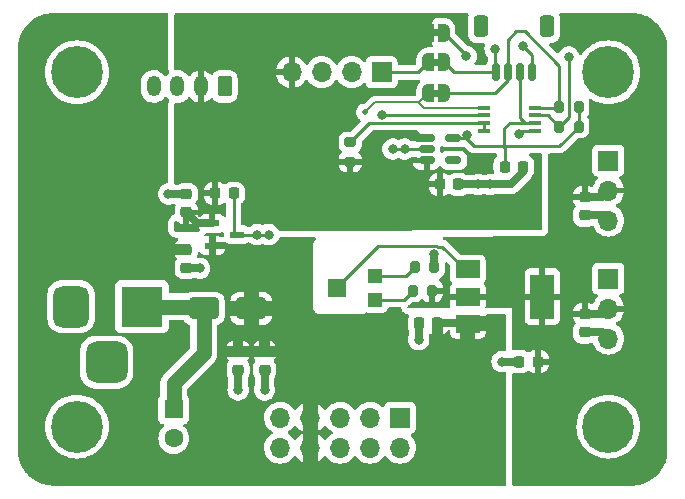
<source format=gbr>
%TF.GenerationSoftware,KiCad,Pcbnew,7.0.2-0*%
%TF.CreationDate,2023-11-21T12:49:43-05:00*%
%TF.ProjectId,WiringHarness,57697269-6e67-4486-9172-6e6573732e6b,rev?*%
%TF.SameCoordinates,Original*%
%TF.FileFunction,Copper,L1,Top*%
%TF.FilePolarity,Positive*%
%FSLAX46Y46*%
G04 Gerber Fmt 4.6, Leading zero omitted, Abs format (unit mm)*
G04 Created by KiCad (PCBNEW 7.0.2-0) date 2023-11-21 12:49:43*
%MOMM*%
%LPD*%
G01*
G04 APERTURE LIST*
G04 Aperture macros list*
%AMRoundRect*
0 Rectangle with rounded corners*
0 $1 Rounding radius*
0 $2 $3 $4 $5 $6 $7 $8 $9 X,Y pos of 4 corners*
0 Add a 4 corners polygon primitive as box body*
4,1,4,$2,$3,$4,$5,$6,$7,$8,$9,$2,$3,0*
0 Add four circle primitives for the rounded corners*
1,1,$1+$1,$2,$3*
1,1,$1+$1,$4,$5*
1,1,$1+$1,$6,$7*
1,1,$1+$1,$8,$9*
0 Add four rect primitives between the rounded corners*
20,1,$1+$1,$2,$3,$4,$5,0*
20,1,$1+$1,$4,$5,$6,$7,0*
20,1,$1+$1,$6,$7,$8,$9,0*
20,1,$1+$1,$8,$9,$2,$3,0*%
%AMFreePoly0*
4,1,19,0.500000,-0.750000,0.000000,-0.750000,0.000000,-0.744911,-0.071157,-0.744911,-0.207708,-0.704816,-0.327430,-0.627875,-0.420627,-0.520320,-0.479746,-0.390866,-0.500000,-0.250000,-0.500000,0.250000,-0.479746,0.390866,-0.420627,0.520320,-0.327430,0.627875,-0.207708,0.704816,-0.071157,0.744911,0.000000,0.744911,0.000000,0.750000,0.500000,0.750000,0.500000,-0.750000,0.500000,-0.750000,
$1*%
%AMFreePoly1*
4,1,19,0.000000,0.744911,0.071157,0.744911,0.207708,0.704816,0.327430,0.627875,0.420627,0.520320,0.479746,0.390866,0.500000,0.250000,0.500000,-0.250000,0.479746,-0.390866,0.420627,-0.520320,0.327430,-0.627875,0.207708,-0.704816,0.071157,-0.744911,0.000000,-0.744911,0.000000,-0.750000,-0.500000,-0.750000,-0.500000,0.750000,0.000000,0.750000,0.000000,0.744911,0.000000,0.744911,
$1*%
G04 Aperture macros list end*
%TA.AperFunction,ComponentPad*%
%ADD10RoundRect,0.250000X0.350000X0.625000X-0.350000X0.625000X-0.350000X-0.625000X0.350000X-0.625000X0*%
%TD*%
%TA.AperFunction,ComponentPad*%
%ADD11O,1.200000X1.750000*%
%TD*%
%TA.AperFunction,SMDPad,CuDef*%
%ADD12FreePoly0,0.000000*%
%TD*%
%TA.AperFunction,SMDPad,CuDef*%
%ADD13FreePoly1,0.000000*%
%TD*%
%TA.AperFunction,ComponentPad*%
%ADD14R,1.700000X1.700000*%
%TD*%
%TA.AperFunction,ComponentPad*%
%ADD15O,1.700000X1.700000*%
%TD*%
%TA.AperFunction,SMDPad,CuDef*%
%ADD16RoundRect,0.200000X0.200000X0.275000X-0.200000X0.275000X-0.200000X-0.275000X0.200000X-0.275000X0*%
%TD*%
%TA.AperFunction,SMDPad,CuDef*%
%ADD17RoundRect,0.200000X0.275000X-0.200000X0.275000X0.200000X-0.275000X0.200000X-0.275000X-0.200000X0*%
%TD*%
%TA.AperFunction,SMDPad,CuDef*%
%ADD18RoundRect,0.150000X0.150000X0.625000X-0.150000X0.625000X-0.150000X-0.625000X0.150000X-0.625000X0*%
%TD*%
%TA.AperFunction,SMDPad,CuDef*%
%ADD19RoundRect,0.250000X0.350000X0.650000X-0.350000X0.650000X-0.350000X-0.650000X0.350000X-0.650000X0*%
%TD*%
%TA.AperFunction,SMDPad,CuDef*%
%ADD20R,1.200000X1.200000*%
%TD*%
%TA.AperFunction,SMDPad,CuDef*%
%ADD21R,1.500000X1.600000*%
%TD*%
%TA.AperFunction,ComponentPad*%
%ADD22C,4.400000*%
%TD*%
%TA.AperFunction,SMDPad,CuDef*%
%ADD23RoundRect,0.225000X-0.225000X-0.250000X0.225000X-0.250000X0.225000X0.250000X-0.225000X0.250000X0*%
%TD*%
%TA.AperFunction,SMDPad,CuDef*%
%ADD24RoundRect,0.225000X-0.250000X0.225000X-0.250000X-0.225000X0.250000X-0.225000X0.250000X0.225000X0*%
%TD*%
%TA.AperFunction,SMDPad,CuDef*%
%ADD25RoundRect,0.225000X0.250000X-0.225000X0.250000X0.225000X-0.250000X0.225000X-0.250000X-0.225000X0*%
%TD*%
%TA.AperFunction,SMDPad,CuDef*%
%ADD26RoundRect,0.088500X-0.531500X-0.206500X0.531500X-0.206500X0.531500X0.206500X-0.531500X0.206500X0*%
%TD*%
%TA.AperFunction,SMDPad,CuDef*%
%ADD27RoundRect,0.088500X0.531500X0.206500X-0.531500X0.206500X-0.531500X-0.206500X0.531500X-0.206500X0*%
%TD*%
%TA.AperFunction,SMDPad,CuDef*%
%ADD28RoundRect,0.225000X0.225000X0.250000X-0.225000X0.250000X-0.225000X-0.250000X0.225000X-0.250000X0*%
%TD*%
%TA.AperFunction,ComponentPad*%
%ADD29R,3.500000X3.500000*%
%TD*%
%TA.AperFunction,ComponentPad*%
%ADD30RoundRect,0.750000X-0.750000X-1.000000X0.750000X-1.000000X0.750000X1.000000X-0.750000X1.000000X0*%
%TD*%
%TA.AperFunction,ComponentPad*%
%ADD31RoundRect,0.875000X-0.875000X-0.875000X0.875000X-0.875000X0.875000X0.875000X-0.875000X0.875000X0*%
%TD*%
%TA.AperFunction,SMDPad,CuDef*%
%ADD32RoundRect,0.250000X1.000000X0.650000X-1.000000X0.650000X-1.000000X-0.650000X1.000000X-0.650000X0*%
%TD*%
%TA.AperFunction,ComponentPad*%
%ADD33R,1.600000X1.600000*%
%TD*%
%TA.AperFunction,ComponentPad*%
%ADD34C,1.600000*%
%TD*%
%TA.AperFunction,SMDPad,CuDef*%
%ADD35R,1.100000X0.400000*%
%TD*%
%TA.AperFunction,SMDPad,CuDef*%
%ADD36R,2.000000X1.500000*%
%TD*%
%TA.AperFunction,SMDPad,CuDef*%
%ADD37R,2.000000X3.800000*%
%TD*%
%TA.AperFunction,SMDPad,CuDef*%
%ADD38RoundRect,0.150000X-0.512500X-0.150000X0.512500X-0.150000X0.512500X0.150000X-0.512500X0.150000X0*%
%TD*%
%TA.AperFunction,ViaPad*%
%ADD39C,0.800000*%
%TD*%
%TA.AperFunction,ViaPad*%
%ADD40C,0.500000*%
%TD*%
%TA.AperFunction,Conductor*%
%ADD41C,1.270000*%
%TD*%
%TA.AperFunction,Conductor*%
%ADD42C,0.635000*%
%TD*%
%TA.AperFunction,Conductor*%
%ADD43C,0.254000*%
%TD*%
%TA.AperFunction,Conductor*%
%ADD44C,0.127000*%
%TD*%
G04 APERTURE END LIST*
%TA.AperFunction,EtchedComponent*%
%TO.C,JP1*%
G36*
X162650000Y-80200000D02*
G01*
X162150000Y-80200000D01*
X162150000Y-79600000D01*
X162650000Y-79600000D01*
X162650000Y-80200000D01*
G37*
%TD.AperFunction*%
%TA.AperFunction,EtchedComponent*%
%TO.C,JP3*%
G36*
X162650000Y-77700000D02*
G01*
X162150000Y-77700000D01*
X162150000Y-77100000D01*
X162650000Y-77100000D01*
X162650000Y-77700000D01*
G37*
%TD.AperFunction*%
%TA.AperFunction,EtchedComponent*%
%TO.C,JP2*%
G36*
X162650000Y-82850000D02*
G01*
X162150000Y-82850000D01*
X162150000Y-82250000D01*
X162650000Y-82250000D01*
X162650000Y-82850000D01*
G37*
%TD.AperFunction*%
%TD*%
D10*
%TO.P,J7,1,Pin_1*%
%TO.N,GND*%
X144500000Y-81950000D03*
D11*
%TO.P,J7,2,Pin_2*%
%TO.N,/IIC5V*%
X142500000Y-81950000D03*
%TO.P,J7,3,Pin_3*%
%TO.N,/D0*%
X140500000Y-81950000D03*
%TO.P,J7,4,Pin_4*%
%TO.N,/D1*%
X138500000Y-81950000D03*
%TD*%
D12*
%TO.P,JP1,1,A*%
%TO.N,/SCL*%
X161750000Y-79900000D03*
D13*
%TO.P,JP1,2,B*%
%TO.N,/SCL3*%
X163050000Y-79900000D03*
%TD*%
D14*
%TO.P,J4,1,Pin_1*%
%TO.N,/ServoX*%
X159370000Y-110000000D03*
D15*
%TO.P,J4,2,Pin_2*%
%TO.N,/ServoY*%
X159370000Y-112540000D03*
%TO.P,J4,3,Pin_3*%
%TO.N,/SCL*%
X156830000Y-110000000D03*
%TO.P,J4,4,Pin_4*%
%TO.N,/SDA*%
X156830000Y-112540000D03*
%TO.P,J4,5,Pin_5*%
%TO.N,/D0*%
X154290000Y-110000000D03*
%TO.P,J4,6,Pin_6*%
%TO.N,/D1*%
X154290000Y-112540000D03*
%TO.P,J4,7,Pin_7*%
%TO.N,/Vsys*%
X151750000Y-110000000D03*
%TO.P,J4,8,Pin_8*%
X151750000Y-112540000D03*
%TO.P,J4,9,Pin_9*%
%TO.N,GND*%
X149210000Y-110000000D03*
%TO.P,J4,10,Pin_10*%
X149210000Y-112540000D03*
%TD*%
D16*
%TO.P,R4,1*%
%TO.N,GND*%
X162250000Y-97250000D03*
%TO.P,R4,2*%
%TO.N,Net-(R4-Pad2)*%
X160600000Y-97250000D03*
%TD*%
%TO.P,R3,1*%
%TO.N,/VoutServo*%
X162075000Y-99250000D03*
%TO.P,R3,2*%
%TO.N,Net-(R3-Pad2)*%
X160425000Y-99250000D03*
%TD*%
D12*
%TO.P,JP3,1,A*%
%TO.N,/IIC5V*%
X161750000Y-77400000D03*
D13*
%TO.P,JP3,2,B*%
%TO.N,/IIC3V*%
X163050000Y-77400000D03*
%TD*%
D17*
%TO.P,R6,1*%
%TO.N,/IIC5V*%
X155150000Y-88325000D03*
%TO.P,R6,2*%
%TO.N,Net-(U1-EN)*%
X155150000Y-86675000D03*
%TD*%
D18*
%TO.P,J6,1,Pin_1*%
%TO.N,GND*%
X170500000Y-80750000D03*
%TO.P,J6,2,Pin_2*%
%TO.N,/IIC3V*%
X169500000Y-80750000D03*
%TO.P,J6,3,Pin_3*%
%TO.N,/SDA3*%
X168500000Y-80750000D03*
%TO.P,J6,4,Pin_4*%
%TO.N,/SCL3*%
X167500000Y-80750000D03*
D19*
%TO.P,J6,MP*%
%TO.N,N/C*%
X171800000Y-76875000D03*
X166200000Y-76875000D03*
%TD*%
D14*
%TO.P,J3,1,Pin_1*%
%TO.N,/ServoY*%
X177000000Y-98225000D03*
D15*
%TO.P,J3,2,Pin_2*%
%TO.N,/VoutServo*%
X177000000Y-100765000D03*
%TO.P,J3,3,Pin_3*%
%TO.N,GND*%
X177000000Y-103305000D03*
%TD*%
D20*
%TO.P,R5,1*%
%TO.N,Net-(R3-Pad2)*%
X157250000Y-100000000D03*
D21*
%TO.P,R5,2*%
%TO.N,Net-(U3-ADJ)*%
X154000000Y-99000000D03*
D20*
%TO.P,R5,3*%
%TO.N,Net-(R4-Pad2)*%
X157250000Y-98000000D03*
%TD*%
D14*
%TO.P,J5,1,Pin_1*%
%TO.N,/SCL*%
X157800000Y-80750000D03*
D15*
%TO.P,J5,2,Pin_2*%
%TO.N,/SDA*%
X155260000Y-80750000D03*
%TO.P,J5,3,Pin_3*%
%TO.N,GND*%
X152720000Y-80750000D03*
%TO.P,J5,4,Pin_4*%
%TO.N,/IIC5V*%
X150180000Y-80750000D03*
%TD*%
D22*
%TO.P,H2,1,1*%
%TO.N,GND*%
X177000000Y-110750000D03*
%TD*%
D23*
%TO.P,C6,1*%
%TO.N,/IIC3V*%
X168225000Y-88750000D03*
%TO.P,C6,2*%
%TO.N,GND*%
X169775000Y-88750000D03*
%TD*%
D24*
%TO.P,C2,1*%
%TO.N,/Vsys*%
X147900000Y-104375000D03*
%TO.P,C2,2*%
%TO.N,GND*%
X147900000Y-105925000D03*
%TD*%
D22*
%TO.P,H5,1,1*%
%TO.N,GND*%
X132000000Y-80750000D03*
%TD*%
D25*
%TO.P,C9,1*%
%TO.N,/IIC5V*%
X141250000Y-92625000D03*
%TO.P,C9,2*%
%TO.N,GND*%
X141250000Y-91075000D03*
%TD*%
D26*
%TO.P,VR1,1,OUT*%
%TO.N,/IIC5V*%
X143445000Y-93550000D03*
%TO.P,VR1,2,IN*%
%TO.N,/Vsys*%
X143445000Y-95450000D03*
D27*
%TO.P,VR1,3,GND*%
%TO.N,GND*%
X145555000Y-94500000D03*
%TD*%
D22*
%TO.P,H3,1,1*%
%TO.N,GND*%
X132000000Y-110750000D03*
%TD*%
D16*
%TO.P,R2,1*%
%TO.N,/IIC3V*%
X174500000Y-83700000D03*
%TO.P,R2,2*%
%TO.N,/SDA3*%
X172850000Y-83700000D03*
%TD*%
D14*
%TO.P,J2,1,Pin_1*%
%TO.N,/ServoX*%
X177000000Y-88225000D03*
D15*
%TO.P,J2,2,Pin_2*%
%TO.N,/VoutServo*%
X177000000Y-90765000D03*
%TO.P,J2,3,Pin_3*%
%TO.N,GND*%
X177000000Y-93305000D03*
%TD*%
D28*
%TO.P,C1,1*%
%TO.N,/Vsys*%
X162525000Y-102000000D03*
%TO.P,C1,2*%
%TO.N,GND*%
X160975000Y-102000000D03*
%TD*%
D16*
%TO.P,R1,1*%
%TO.N,/IIC3V*%
X174500000Y-85350000D03*
%TO.P,R1,2*%
%TO.N,/SCL3*%
X172850000Y-85350000D03*
%TD*%
D24*
%TO.P,C11,1*%
%TO.N,/VoutServo*%
X175000000Y-91325000D03*
%TO.P,C11,2*%
%TO.N,GND*%
X175000000Y-92875000D03*
%TD*%
%TO.P,C3,1*%
%TO.N,/Vsys*%
X145650000Y-104375000D03*
%TO.P,C3,2*%
%TO.N,GND*%
X145650000Y-105925000D03*
%TD*%
D23*
%TO.P,C7,1*%
%TO.N,/IIC5V*%
X143725000Y-91000000D03*
%TO.P,C7,2*%
%TO.N,GND*%
X145275000Y-91000000D03*
%TD*%
D24*
%TO.P,C12,1*%
%TO.N,/VoutServo*%
X175000000Y-101225000D03*
%TO.P,C12,2*%
%TO.N,GND*%
X175000000Y-102775000D03*
%TD*%
D29*
%TO.P,J1,1*%
%TO.N,Net-(D1-A)*%
X137512000Y-100592500D03*
D30*
%TO.P,J1,2*%
%TO.N,GND*%
X131512000Y-100592500D03*
D31*
%TO.P,J1,3*%
%TO.N,N/C*%
X134512000Y-105292500D03*
%TD*%
D32*
%TO.P,D1,1,K*%
%TO.N,/Vsys*%
X146750000Y-100750000D03*
%TO.P,D1,2,A*%
%TO.N,Net-(D1-A)*%
X142750000Y-100750000D03*
%TD*%
D33*
%TO.P,C10,1*%
%TO.N,Net-(D1-A)*%
X140200000Y-109250000D03*
D34*
%TO.P,C10,2*%
%TO.N,GND*%
X140200000Y-111750000D03*
%TD*%
D35*
%TO.P,U1,1,GND*%
%TO.N,GND*%
X170750000Y-85700000D03*
%TO.P,U1,2,VREF1*%
%TO.N,/IIC3V*%
X170750000Y-85050000D03*
%TO.P,U1,3,SCL1*%
%TO.N,/SCL3*%
X170750000Y-84400000D03*
%TO.P,U1,4,SDA1*%
%TO.N,/SDA3*%
X170750000Y-83750000D03*
%TO.P,U1,5,SDA2*%
%TO.N,/SDA*%
X166450000Y-83750000D03*
%TO.P,U1,6,SCL2*%
%TO.N,/SCL*%
X166450000Y-84400000D03*
%TO.P,U1,7,VREF2*%
%TO.N,Net-(U1-EN)*%
X166450000Y-85050000D03*
%TO.P,U1,8,EN*%
X166450000Y-85700000D03*
%TD*%
D36*
%TO.P,U3,1,ADJ*%
%TO.N,Net-(U3-ADJ)*%
X165100000Y-97450000D03*
%TO.P,U3,2,VO*%
%TO.N,/VoutServo*%
X165100000Y-99750000D03*
D37*
X171400000Y-99750000D03*
D36*
%TO.P,U3,3,VI*%
%TO.N,/Vsys*%
X165100000Y-102050000D03*
%TD*%
D12*
%TO.P,JP2,1,A*%
%TO.N,/SDA*%
X161750000Y-82550000D03*
D13*
%TO.P,JP2,2,B*%
%TO.N,/SDA3*%
X163050000Y-82550000D03*
%TD*%
D22*
%TO.P,H1,1,1*%
%TO.N,GND*%
X177000000Y-80750000D03*
%TD*%
D28*
%TO.P,C4,1*%
%TO.N,/VoutServo*%
X171025000Y-105250000D03*
%TO.P,C4,2*%
%TO.N,GND*%
X169475000Y-105250000D03*
%TD*%
D38*
%TO.P,U2,1,IN*%
%TO.N,/IIC5V*%
X161612500Y-86300000D03*
%TO.P,U2,2,GND*%
%TO.N,GND*%
X161612500Y-87250000D03*
%TO.P,U2,3,EN*%
%TO.N,/IIC5V*%
X161612500Y-88200000D03*
%TO.P,U2,4,NC*%
%TO.N,unconnected-(U2-NC-Pad4)*%
X163887500Y-88200000D03*
%TO.P,U2,5,OUT*%
%TO.N,/IIC3V*%
X163887500Y-86300000D03*
%TD*%
D24*
%TO.P,C8,1*%
%TO.N,/Vsys*%
X141250000Y-95775000D03*
%TO.P,C8,2*%
%TO.N,GND*%
X141250000Y-97325000D03*
%TD*%
D23*
%TO.P,C5,1*%
%TO.N,/IIC5V*%
X162750000Y-90250000D03*
%TO.P,C5,2*%
%TO.N,GND*%
X164300000Y-90250000D03*
%TD*%
D39*
%TO.N,GND*%
X166000000Y-90250000D03*
X167000000Y-90250000D03*
X147250000Y-94500000D03*
X147900000Y-107650000D03*
X159750000Y-87250000D03*
X158750000Y-87250000D03*
X148250000Y-94500000D03*
X139750000Y-91050000D03*
X169750000Y-78500000D03*
X160950000Y-103400000D03*
X145650000Y-107650000D03*
X169450000Y-85950000D03*
X168000000Y-105250000D03*
X142400000Y-97350000D03*
X162200000Y-96150000D03*
%TO.N,/SCL*%
X157800000Y-84350000D03*
D40*
%TO.N,/SDA*%
X156400000Y-84150000D03*
D39*
%TO.N,/IIC3V*%
X164950000Y-79400000D03*
X165000000Y-86100000D03*
%TO.N,/SCL3*%
X173650000Y-79450000D03*
X167400000Y-78750000D03*
%TD*%
D41*
%TO.N,Net-(D1-A)*%
X143032500Y-100592500D02*
X143000000Y-100625000D01*
X143032500Y-100592500D02*
X137512000Y-100592500D01*
X140200000Y-107100000D02*
X142750000Y-104550000D01*
X140200000Y-109250000D02*
X140200000Y-107100000D01*
X142750000Y-104550000D02*
X142750000Y-100750000D01*
D42*
%TO.N,GND*%
X145650000Y-105925000D02*
X145650000Y-107650000D01*
X176470000Y-102775000D02*
X177000000Y-103305000D01*
X162250000Y-97250000D02*
X162250000Y-96200000D01*
X139775000Y-91075000D02*
X139750000Y-91050000D01*
X169775000Y-88750000D02*
X169775000Y-89225000D01*
X164300000Y-90250000D02*
X167000000Y-90250000D01*
X160975000Y-102000000D02*
X160975000Y-103375000D01*
X169475000Y-105250000D02*
X168000000Y-105250000D01*
X141250000Y-91075000D02*
X139775000Y-91075000D01*
X168750000Y-90250000D02*
X167000000Y-90250000D01*
D43*
X161612500Y-87250000D02*
X158750000Y-87250000D01*
X169700000Y-85700000D02*
X169450000Y-85950000D01*
D42*
X164300000Y-90250000D02*
X166000000Y-90250000D01*
X176570000Y-92875000D02*
X177000000Y-93305000D01*
X160975000Y-103375000D02*
X160950000Y-103400000D01*
X147900000Y-105925000D02*
X147900000Y-107650000D01*
D43*
X170500000Y-80750000D02*
X170500000Y-79250000D01*
X145555000Y-94500000D02*
X147250000Y-94500000D01*
X170750000Y-85700000D02*
X169700000Y-85700000D01*
D42*
X175000000Y-102775000D02*
X176470000Y-102775000D01*
X162250000Y-96200000D02*
X162200000Y-96150000D01*
D43*
X145555000Y-94500000D02*
X148250000Y-94500000D01*
X145275000Y-94220000D02*
X145555000Y-94500000D01*
D42*
X142375000Y-97325000D02*
X142400000Y-97350000D01*
X141250000Y-97325000D02*
X142375000Y-97325000D01*
D43*
X145275000Y-91000000D02*
X145275000Y-94220000D01*
X170500000Y-79250000D02*
X169750000Y-78500000D01*
D42*
X175000000Y-92875000D02*
X176570000Y-92875000D01*
X169775000Y-89225000D02*
X168750000Y-90250000D01*
D43*
%TO.N,/SCL*%
X161750000Y-79900000D02*
X160900000Y-80750000D01*
X160900000Y-80750000D02*
X157800000Y-80750000D01*
X157850000Y-84400000D02*
X157800000Y-84350000D01*
X166450000Y-84400000D02*
X157850000Y-84400000D01*
D44*
%TO.N,/SDA*%
X157250000Y-83300000D02*
X156400000Y-84150000D01*
X160900000Y-83300000D02*
X161000000Y-83300000D01*
X157250000Y-83300000D02*
X160900000Y-83300000D01*
X161000000Y-83300000D02*
X161750000Y-82550000D01*
X161350000Y-83750000D02*
X166450000Y-83750000D01*
X160900000Y-83300000D02*
X161350000Y-83750000D01*
D43*
%TO.N,/Vsys*%
X145650000Y-104375000D02*
X145650000Y-102925000D01*
X147900000Y-102925000D02*
X147900000Y-104375000D01*
D42*
X162525000Y-102000000D02*
X165050000Y-102000000D01*
X165050000Y-102000000D02*
X165100000Y-102050000D01*
D43*
X145650000Y-102925000D02*
X147900000Y-102925000D01*
X151750000Y-110000000D02*
X151750000Y-107250000D01*
X141250000Y-95775000D02*
X139975000Y-95775000D01*
X139975000Y-95775000D02*
X139800000Y-95600000D01*
D42*
%TO.N,/VoutServo*%
X176440000Y-91325000D02*
X177000000Y-90765000D01*
X175000000Y-101225000D02*
X176540000Y-101225000D01*
X175000000Y-91325000D02*
X176440000Y-91325000D01*
X176540000Y-101225000D02*
X177000000Y-100765000D01*
D43*
%TO.N,/SDA3*%
X170750000Y-83750000D02*
X172800000Y-83750000D01*
X172850000Y-83700000D02*
X172850000Y-80200000D01*
X169200000Y-77300000D02*
X168500000Y-78000000D01*
X168500000Y-78000000D02*
X168500000Y-80750000D01*
X172850000Y-80200000D02*
X169950000Y-77300000D01*
X172800000Y-83750000D02*
X172850000Y-83700000D01*
X169950000Y-77300000D02*
X169200000Y-77300000D01*
X168500000Y-80750000D02*
X168500000Y-81450000D01*
X163050000Y-82550000D02*
X167400000Y-82550000D01*
X167400000Y-82550000D02*
X168500000Y-81450000D01*
%TO.N,Net-(U3-ADJ)*%
X162520689Y-95546500D02*
X162470689Y-95496500D01*
X154000000Y-98950000D02*
X154000000Y-99000000D01*
X164850000Y-97450000D02*
X162946500Y-95546500D01*
X157453500Y-95496500D02*
X154000000Y-98950000D01*
X165100000Y-97450000D02*
X164850000Y-97450000D01*
X162946500Y-95546500D02*
X162520689Y-95546500D01*
X162470689Y-95496500D02*
X157453500Y-95496500D01*
%TO.N,Net-(R4-Pad2)*%
X157250000Y-98000000D02*
X159850000Y-98000000D01*
X159850000Y-98000000D02*
X160600000Y-97250000D01*
%TO.N,Net-(R3-Pad2)*%
X159675000Y-100000000D02*
X160425000Y-99250000D01*
X157250000Y-100000000D02*
X159675000Y-100000000D01*
D42*
%TO.N,/IIC5V*%
X160900000Y-86300000D02*
X160600000Y-86000000D01*
D43*
X150180000Y-85570000D02*
X150000000Y-85750000D01*
D42*
X142175000Y-93550000D02*
X141250000Y-92625000D01*
X161612500Y-86300000D02*
X160900000Y-86300000D01*
X160600000Y-86000000D02*
X157250000Y-86000000D01*
X157250000Y-86000000D02*
X157150000Y-86100000D01*
X143445000Y-93550000D02*
X142175000Y-93550000D01*
D43*
X161612500Y-88200000D02*
X160300000Y-88200000D01*
X160300000Y-88200000D02*
X159800000Y-88700000D01*
X150180000Y-80750000D02*
X150180000Y-85570000D01*
%TO.N,/IIC3V*%
X168650000Y-85050000D02*
X168200000Y-85500000D01*
X163050000Y-77400000D02*
X165000000Y-79350000D01*
X168225000Y-87025000D02*
X168200000Y-87000000D01*
X169500000Y-84604000D02*
X169946000Y-85050000D01*
X172850000Y-87000000D02*
X174500000Y-85350000D01*
X168200000Y-85500000D02*
X168200000Y-87175000D01*
X168200000Y-87175000D02*
X168225000Y-87200000D01*
X169946000Y-85050000D02*
X170100000Y-85050000D01*
X169500000Y-80750000D02*
X169500000Y-84604000D01*
X168225000Y-87200000D02*
X168225000Y-87025000D01*
X165650000Y-87000000D02*
X168200000Y-87000000D01*
X163887500Y-86300000D02*
X164950000Y-86300000D01*
X165000000Y-86150000D02*
X164850000Y-86300000D01*
X164950000Y-86300000D02*
X165650000Y-87000000D01*
X170100000Y-85050000D02*
X168650000Y-85050000D01*
X165000000Y-79350000D02*
X164950000Y-79400000D01*
X168200000Y-87000000D02*
X172850000Y-87000000D01*
X163887500Y-86300000D02*
X164850000Y-86300000D01*
X170100000Y-85050000D02*
X170750000Y-85050000D01*
X168225000Y-88750000D02*
X168225000Y-87200000D01*
X174500000Y-83700000D02*
X174500000Y-85350000D01*
%TO.N,/SCL3*%
X167400000Y-80650000D02*
X167500000Y-80750000D01*
X163900000Y-80750000D02*
X167500000Y-80750000D01*
X170750000Y-84400000D02*
X171900000Y-84400000D01*
X163050000Y-79900000D02*
X163900000Y-80750000D01*
X171900000Y-84400000D02*
X172850000Y-85350000D01*
X172850000Y-85350000D02*
X173650000Y-84550000D01*
X173650000Y-84550000D02*
X173650000Y-79450000D01*
X167400000Y-78750000D02*
X167400000Y-80650000D01*
%TO.N,Net-(U1-EN)*%
X166450000Y-85700000D02*
X166450000Y-85050000D01*
X166450000Y-85050000D02*
X156775000Y-85050000D01*
X156775000Y-85050000D02*
X155150000Y-86675000D01*
%TD*%
%TA.AperFunction,Conductor*%
%TO.N,/Vsys*%
G36*
X139687539Y-75770185D02*
G01*
X139733294Y-75822989D01*
X139744500Y-75874500D01*
X139744500Y-80455113D01*
X139744938Y-80458782D01*
X139744939Y-80458787D01*
X139758310Y-80570627D01*
X139758311Y-80570635D01*
X139758748Y-80574286D01*
X139772532Y-80631106D01*
X139773818Y-80634554D01*
X139773823Y-80634570D01*
X139802270Y-80710838D01*
X139807254Y-80780529D01*
X139775832Y-80839740D01*
X139631011Y-80991625D01*
X139604457Y-81032943D01*
X139551652Y-81078697D01*
X139482494Y-81088640D01*
X139418939Y-81059613D01*
X139402673Y-81042554D01*
X139338645Y-80961138D01*
X139300092Y-80912114D01*
X139141256Y-80774481D01*
X139141254Y-80774479D01*
X138959245Y-80669396D01*
X138760633Y-80600655D01*
X138552603Y-80570746D01*
X138552602Y-80570746D01*
X138478286Y-80574286D01*
X138342669Y-80580746D01*
X138138419Y-80630297D01*
X137947247Y-80717602D01*
X137776050Y-80839512D01*
X137631013Y-80991623D01*
X137517387Y-81168425D01*
X137439274Y-81363545D01*
X137432739Y-81397453D01*
X137399500Y-81569915D01*
X137399500Y-82277425D01*
X137399779Y-82280355D01*
X137399781Y-82280380D01*
X137414471Y-82434215D01*
X137473683Y-82635873D01*
X137569990Y-82822684D01*
X137699906Y-82987884D01*
X137858745Y-83125520D01*
X137978854Y-83194865D01*
X138040756Y-83230604D01*
X138134241Y-83262959D01*
X138239366Y-83299344D01*
X138274298Y-83304366D01*
X138447398Y-83329254D01*
X138657330Y-83319254D01*
X138861576Y-83269704D01*
X138907802Y-83248593D01*
X139052752Y-83182397D01*
X139104503Y-83145545D01*
X139223952Y-83060486D01*
X139368986Y-82908378D01*
X139395542Y-82867056D01*
X139448344Y-82821303D01*
X139517503Y-82811359D01*
X139581058Y-82840384D01*
X139597326Y-82857444D01*
X139699908Y-82987886D01*
X139771178Y-83049642D01*
X139808952Y-83108421D01*
X139808952Y-83178290D01*
X139802770Y-83194865D01*
X139784663Y-83234514D01*
X139765627Y-83299344D01*
X139764977Y-83301556D01*
X139764976Y-83301560D01*
X139764527Y-83304682D01*
X139764524Y-83304698D01*
X139744500Y-83443976D01*
X139744500Y-90030138D01*
X139724815Y-90097177D01*
X139672011Y-90142932D01*
X139646281Y-90151428D01*
X139470197Y-90188855D01*
X139297269Y-90265848D01*
X139144129Y-90377110D01*
X139017466Y-90517783D01*
X138922820Y-90681715D01*
X138864326Y-90861742D01*
X138844540Y-91049999D01*
X138864326Y-91238257D01*
X138922820Y-91418284D01*
X139017466Y-91582216D01*
X139144129Y-91722889D01*
X139297269Y-91834151D01*
X139470197Y-91911144D01*
X139655352Y-91950500D01*
X139655354Y-91950500D01*
X139844648Y-91950500D01*
X140029800Y-91911145D01*
X140029801Y-91911144D01*
X140029803Y-91911144D01*
X140046477Y-91903720D01*
X140096913Y-91893000D01*
X140238137Y-91893000D01*
X140305176Y-91912685D01*
X140350931Y-91965489D01*
X140360875Y-92034647D01*
X140343675Y-92082098D01*
X140337997Y-92091303D01*
X140284650Y-92252292D01*
X140274819Y-92348522D01*
X140274817Y-92348542D01*
X140274500Y-92351655D01*
X140274500Y-92354803D01*
X140274500Y-92711661D01*
X140254815Y-92778700D01*
X140202011Y-92824455D01*
X140185435Y-92830638D01*
X140112495Y-92852055D01*
X139991458Y-92929842D01*
X139938652Y-92975599D01*
X139844432Y-93084332D01*
X139784662Y-93215207D01*
X139765474Y-93280554D01*
X139764977Y-93282248D01*
X139764976Y-93282252D01*
X139764527Y-93285374D01*
X139764524Y-93285390D01*
X139744499Y-93424668D01*
X139744500Y-93424668D01*
X139744500Y-94125601D01*
X139744859Y-94128917D01*
X139744860Y-94128931D01*
X139755865Y-94230526D01*
X139755867Y-94230542D01*
X139756226Y-94233850D01*
X139756940Y-94237109D01*
X139756941Y-94237112D01*
X139766883Y-94282464D01*
X139766885Y-94282473D01*
X139767598Y-94285723D01*
X139768657Y-94288881D01*
X139768662Y-94288897D01*
X139790015Y-94352537D01*
X139802229Y-94388940D01*
X139880404Y-94509729D01*
X139880405Y-94509730D01*
X139921056Y-94556341D01*
X139924423Y-94560746D01*
X139926327Y-94562385D01*
X139926328Y-94562386D01*
X139926330Y-94562389D01*
X140035370Y-94656260D01*
X140166439Y-94715610D01*
X140233541Y-94735079D01*
X140376021Y-94755097D01*
X140376022Y-94755096D01*
X140376023Y-94755097D01*
X140377444Y-94755092D01*
X140470578Y-94754793D01*
X140537679Y-94774261D01*
X140583604Y-94826918D01*
X140593770Y-94896044D01*
X140564950Y-94959693D01*
X140556902Y-94966564D01*
X140557516Y-94967178D01*
X140427426Y-95097267D01*
X140338453Y-95241513D01*
X140310789Y-95325000D01*
X141576000Y-95325000D01*
X141643039Y-95344685D01*
X141688794Y-95397489D01*
X141700000Y-95449000D01*
X141700000Y-96101000D01*
X141680315Y-96168039D01*
X141627511Y-96213794D01*
X141576000Y-96225000D01*
X140310789Y-96225000D01*
X140338453Y-96308486D01*
X140427426Y-96452732D01*
X140436659Y-96461965D01*
X140470144Y-96523288D01*
X140465160Y-96592980D01*
X140436661Y-96637325D01*
X140427031Y-96646954D01*
X140337997Y-96791300D01*
X140284650Y-96952292D01*
X140274819Y-97048522D01*
X140274817Y-97048542D01*
X140274500Y-97051655D01*
X140274500Y-97054802D01*
X140274500Y-97054803D01*
X140274500Y-97595194D01*
X140274500Y-97595213D01*
X140274501Y-97598344D01*
X140274820Y-97601476D01*
X140274821Y-97601477D01*
X140284650Y-97697707D01*
X140337997Y-97858699D01*
X140427031Y-98003044D01*
X140546955Y-98122968D01*
X140691300Y-98212002D01*
X140852292Y-98265349D01*
X140948522Y-98275180D01*
X140948523Y-98275180D01*
X140951655Y-98275500D01*
X141548344Y-98275499D01*
X141647708Y-98265349D01*
X141808697Y-98212003D01*
X141884371Y-98165326D01*
X141951760Y-98146885D01*
X141999903Y-98157585D01*
X142120197Y-98211144D01*
X142305352Y-98250500D01*
X142305354Y-98250500D01*
X142494648Y-98250500D01*
X142618083Y-98224262D01*
X142679803Y-98211144D01*
X142852730Y-98134151D01*
X143005871Y-98022888D01*
X143132533Y-97882216D01*
X143227179Y-97718284D01*
X143285674Y-97538256D01*
X143305460Y-97350000D01*
X143285674Y-97161744D01*
X143227179Y-96981716D01*
X143227179Y-96981715D01*
X143132533Y-96817783D01*
X143005870Y-96677110D01*
X142852730Y-96565848D01*
X142679802Y-96488855D01*
X142494648Y-96449500D01*
X142494646Y-96449500D01*
X142305354Y-96449500D01*
X142292321Y-96449500D01*
X142292321Y-96446620D01*
X142242208Y-96442794D01*
X142186477Y-96400654D01*
X142162375Y-96335073D01*
X142168394Y-96287818D01*
X142214856Y-96147606D01*
X142222341Y-96074336D01*
X142248736Y-96009644D01*
X142305917Y-95969492D01*
X142375728Y-95966628D01*
X142436005Y-96001961D01*
X142444075Y-96011450D01*
X142493777Y-96076222D01*
X142616713Y-96170555D01*
X142759870Y-96229851D01*
X142870910Y-96244470D01*
X142878981Y-96244999D01*
X143149999Y-96244999D01*
X143150000Y-96244998D01*
X143150000Y-95745000D01*
X143740000Y-95745000D01*
X143740000Y-96244999D01*
X144011015Y-96244999D01*
X144019092Y-96244469D01*
X144130129Y-96229852D01*
X144273286Y-96170555D01*
X144396222Y-96076222D01*
X144490555Y-95953286D01*
X144549851Y-95810130D01*
X144558427Y-95745000D01*
X143740000Y-95745000D01*
X143150000Y-95745000D01*
X143150000Y-94655000D01*
X142918448Y-94655000D01*
X142851409Y-94635315D01*
X142805654Y-94582511D01*
X142795710Y-94513353D01*
X142818306Y-94457873D01*
X142846792Y-94418866D01*
X142902226Y-94376339D01*
X142946930Y-94368000D01*
X143487454Y-94368000D01*
X143490938Y-94368000D01*
X143628174Y-94352537D01*
X143628274Y-94352501D01*
X143628401Y-94352458D01*
X143669357Y-94345499D01*
X144011045Y-94345499D01*
X144015100Y-94345499D01*
X144059374Y-94339670D01*
X144130256Y-94330340D01*
X144130257Y-94330339D01*
X144130260Y-94330339D01*
X144263049Y-94275335D01*
X144332516Y-94267867D01*
X144394995Y-94299141D01*
X144430648Y-94359230D01*
X144434500Y-94389897D01*
X144434500Y-94610642D01*
X144414815Y-94677681D01*
X144362011Y-94723436D01*
X144292853Y-94733380D01*
X144263049Y-94725204D01*
X144130127Y-94670148D01*
X144019089Y-94655529D01*
X144011018Y-94655000D01*
X143740000Y-94655000D01*
X143740000Y-95155000D01*
X144598367Y-95155000D01*
X144665406Y-95174685D01*
X144673846Y-95180618D01*
X144726459Y-95220990D01*
X144869740Y-95280339D01*
X144984899Y-95295500D01*
X146125100Y-95295499D01*
X146158836Y-95291057D01*
X146240258Y-95280340D01*
X146383541Y-95220990D01*
X146471986Y-95153124D01*
X146537155Y-95127930D01*
X146547472Y-95127500D01*
X146548053Y-95127500D01*
X146615092Y-95147185D01*
X146640203Y-95168528D01*
X146644129Y-95172889D01*
X146797269Y-95284151D01*
X146970197Y-95361144D01*
X147155352Y-95400500D01*
X147155354Y-95400500D01*
X147344648Y-95400500D01*
X147469320Y-95374000D01*
X147529803Y-95361144D01*
X147699565Y-95285559D01*
X147768813Y-95276275D01*
X147800431Y-95285558D01*
X147933230Y-95344685D01*
X147970197Y-95361144D01*
X148155352Y-95400500D01*
X148155354Y-95400500D01*
X148344648Y-95400500D01*
X148469320Y-95374000D01*
X148529803Y-95361144D01*
X148702730Y-95284151D01*
X148750001Y-95249807D01*
X148855870Y-95172889D01*
X148982533Y-95032216D01*
X149077179Y-94868284D01*
X149095334Y-94812409D01*
X149134771Y-94754734D01*
X149199130Y-94727535D01*
X149212867Y-94726728D01*
X150837625Y-94721511D01*
X152096499Y-94717470D01*
X152163600Y-94736939D01*
X152209524Y-94789596D01*
X152219690Y-94858722D01*
X152190869Y-94922370D01*
X152190608Y-94922672D01*
X152094433Y-95033662D01*
X152034662Y-95164539D01*
X152015474Y-95229886D01*
X152014977Y-95231580D01*
X152014976Y-95231584D01*
X152014527Y-95234706D01*
X152014524Y-95234722D01*
X152005786Y-95295500D01*
X151994500Y-95374000D01*
X151994500Y-100626000D01*
X151994854Y-100629294D01*
X151994855Y-100629309D01*
X152003334Y-100708167D01*
X152006053Y-100733456D01*
X152006757Y-100736693D01*
X152006759Y-100736704D01*
X152016553Y-100781722D01*
X152017259Y-100784967D01*
X152018305Y-100788110D01*
X152018309Y-100788124D01*
X152051385Y-100887503D01*
X152129173Y-101008541D01*
X152129175Y-101008543D01*
X152174930Y-101061347D01*
X152283664Y-101155567D01*
X152414541Y-101215338D01*
X152481580Y-101235023D01*
X152481584Y-101235024D01*
X152624000Y-101255500D01*
X156022179Y-101255500D01*
X156025501Y-101255500D01*
X156132955Y-101243947D01*
X156184467Y-101232741D01*
X156287010Y-101198611D01*
X156408049Y-101120822D01*
X156414473Y-101115254D01*
X156478023Y-101086228D01*
X156539015Y-101092784D01*
X156542517Y-101094091D01*
X156602127Y-101100500D01*
X157897872Y-101100499D01*
X157957483Y-101094091D01*
X158092331Y-101043796D01*
X158207546Y-100957546D01*
X158293796Y-100842331D01*
X158343835Y-100708167D01*
X158385707Y-100652233D01*
X158451172Y-100627816D01*
X158460018Y-100627500D01*
X159354664Y-100627500D01*
X159421703Y-100647185D01*
X159467458Y-100699989D01*
X159477401Y-100733850D01*
X159479644Y-100749451D01*
X159520180Y-100887504D01*
X159565194Y-100957545D01*
X159597969Y-101008543D01*
X159643724Y-101061347D01*
X159752458Y-101155567D01*
X159883335Y-101215338D01*
X159950374Y-101235023D01*
X159950378Y-101235024D01*
X160006504Y-101243093D01*
X160070059Y-101272117D01*
X160107834Y-101330895D01*
X160107835Y-101400764D01*
X160094397Y-101430926D01*
X160087997Y-101441301D01*
X160034650Y-101602292D01*
X160024819Y-101698522D01*
X160024817Y-101698542D01*
X160024500Y-101701655D01*
X160024500Y-101704802D01*
X160024500Y-101704803D01*
X160024500Y-102295194D01*
X160024500Y-102295213D01*
X160024501Y-102298344D01*
X160024820Y-102301476D01*
X160024821Y-102301477D01*
X160034650Y-102397707D01*
X160051973Y-102449983D01*
X160087997Y-102558697D01*
X160093208Y-102567146D01*
X160138538Y-102640635D01*
X160157000Y-102705733D01*
X160157000Y-102939290D01*
X160140387Y-103001290D01*
X160122820Y-103031715D01*
X160064326Y-103211742D01*
X160044540Y-103400000D01*
X160064326Y-103588257D01*
X160122820Y-103768284D01*
X160217466Y-103932216D01*
X160344129Y-104072889D01*
X160497269Y-104184151D01*
X160670197Y-104261144D01*
X160855352Y-104300500D01*
X160855354Y-104300500D01*
X161044648Y-104300500D01*
X161182215Y-104271259D01*
X161229803Y-104261144D01*
X161402730Y-104184151D01*
X161555870Y-104072889D01*
X161682533Y-103932216D01*
X161777179Y-103768284D01*
X161825240Y-103620368D01*
X161835674Y-103588256D01*
X161855460Y-103400000D01*
X161835674Y-103211744D01*
X161799069Y-103099085D01*
X161793000Y-103060767D01*
X161793000Y-103011275D01*
X161812685Y-102944236D01*
X161865489Y-102898481D01*
X161934647Y-102888537D01*
X161982098Y-102905737D01*
X161991518Y-102911547D01*
X162074999Y-102939210D01*
X162075000Y-102939210D01*
X162075000Y-101674000D01*
X162094685Y-101606961D01*
X162147489Y-101561206D01*
X162199000Y-101550000D01*
X162851000Y-101550000D01*
X162918039Y-101569685D01*
X162963794Y-101622489D01*
X162975000Y-101674000D01*
X162975000Y-102939210D01*
X163058481Y-102911547D01*
X163202734Y-102822571D01*
X163322571Y-102702734D01*
X163370461Y-102625093D01*
X163422409Y-102578369D01*
X163491372Y-102567146D01*
X163555454Y-102594990D01*
X163594310Y-102653058D01*
X163600000Y-102690190D01*
X163600000Y-102844518D01*
X163600354Y-102851132D01*
X163606400Y-102907371D01*
X163656647Y-103042089D01*
X163742811Y-103157188D01*
X163857910Y-103243352D01*
X163992628Y-103293599D01*
X164048867Y-103299645D01*
X164055482Y-103300000D01*
X164464999Y-103300000D01*
X164464999Y-102685000D01*
X165735000Y-102685000D01*
X165735000Y-103300000D01*
X166144518Y-103300000D01*
X166151132Y-103299645D01*
X166207371Y-103293599D01*
X166342089Y-103243352D01*
X166457188Y-103157188D01*
X166543352Y-103042089D01*
X166593599Y-102907371D01*
X166599645Y-102851132D01*
X166600000Y-102844518D01*
X166600000Y-102685000D01*
X165735000Y-102685000D01*
X164464999Y-102685000D01*
X164465000Y-101539000D01*
X164484685Y-101471961D01*
X164537489Y-101426206D01*
X164589000Y-101415000D01*
X166600000Y-101415000D01*
X166600000Y-101379500D01*
X166619685Y-101312461D01*
X166672489Y-101266706D01*
X166724000Y-101255500D01*
X168240500Y-101255500D01*
X168307539Y-101275185D01*
X168353294Y-101327989D01*
X168364500Y-101379499D01*
X168364500Y-103022580D01*
X168364500Y-104189904D01*
X168364559Y-104191244D01*
X168364560Y-104191271D01*
X168366421Y-104233256D01*
X168366482Y-104234623D01*
X168366600Y-104235956D01*
X168366602Y-104235980D01*
X168367266Y-104243454D01*
X168353588Y-104311972D01*
X168305038Y-104362218D01*
X168237030Y-104378240D01*
X168217972Y-104375713D01*
X168149697Y-104361201D01*
X168094646Y-104349500D01*
X167905354Y-104349500D01*
X167905352Y-104349500D01*
X167720197Y-104388855D01*
X167547269Y-104465848D01*
X167394129Y-104577110D01*
X167267466Y-104717783D01*
X167172820Y-104881715D01*
X167114326Y-105061742D01*
X167094540Y-105250000D01*
X167114326Y-105438257D01*
X167172820Y-105618284D01*
X167267466Y-105782216D01*
X167394129Y-105922889D01*
X167547269Y-106034151D01*
X167720197Y-106111144D01*
X167905352Y-106150500D01*
X167905354Y-106150500D01*
X168094648Y-106150500D01*
X168222869Y-106123246D01*
X168292536Y-106128562D01*
X168348270Y-106170699D01*
X168372375Y-106236279D01*
X168371388Y-106262181D01*
X168364500Y-106310092D01*
X168364500Y-115625500D01*
X168344815Y-115692539D01*
X168292011Y-115738294D01*
X168240500Y-115749500D01*
X130003247Y-115749500D01*
X129996757Y-115749330D01*
X129866617Y-115742509D01*
X129686111Y-115732372D01*
X129673666Y-115731040D01*
X129524369Y-115707394D01*
X129364690Y-115680263D01*
X129353374Y-115677791D01*
X129203298Y-115637579D01*
X129050828Y-115593653D01*
X129040735Y-115590268D01*
X128895353Y-115534462D01*
X128892337Y-115533259D01*
X128748247Y-115473575D01*
X128739404Y-115469498D01*
X128599934Y-115398433D01*
X128596250Y-115396477D01*
X128460460Y-115321430D01*
X128452921Y-115316907D01*
X128321266Y-115231409D01*
X128317051Y-115228546D01*
X128190851Y-115139002D01*
X128184570Y-115134239D01*
X128062431Y-115035333D01*
X128057840Y-115031427D01*
X127942574Y-114928419D01*
X127937520Y-114923640D01*
X127826358Y-114812478D01*
X127821579Y-114807424D01*
X127718571Y-114692158D01*
X127714665Y-114687567D01*
X127615759Y-114565428D01*
X127610996Y-114559147D01*
X127521452Y-114432947D01*
X127518604Y-114428754D01*
X127433081Y-114297061D01*
X127428568Y-114289538D01*
X127353521Y-114153748D01*
X127351565Y-114150064D01*
X127280500Y-114010594D01*
X127276430Y-114001768D01*
X127216714Y-113857599D01*
X127215562Y-113854710D01*
X127159729Y-113709260D01*
X127156347Y-113699174D01*
X127112414Y-113546679D01*
X127098082Y-113493191D01*
X127072202Y-113396605D01*
X127069738Y-113385323D01*
X127042601Y-113225606D01*
X127018956Y-113076316D01*
X127017627Y-113063890D01*
X127017154Y-113055468D01*
X127007503Y-112883628D01*
X127000669Y-112753243D01*
X127000500Y-112746755D01*
X127000500Y-110750000D01*
X129294564Y-110750000D01*
X129294790Y-110753736D01*
X129314063Y-111072362D01*
X129314064Y-111072372D01*
X129314290Y-111076104D01*
X129314963Y-111079778D01*
X129314965Y-111079792D01*
X129372502Y-111393762D01*
X129372504Y-111393771D01*
X129373179Y-111397453D01*
X129374295Y-111401036D01*
X129374296Y-111401038D01*
X129457771Y-111668921D01*
X129470373Y-111709361D01*
X129604455Y-112007279D01*
X129606388Y-112010477D01*
X129606392Y-112010484D01*
X129771532Y-112283658D01*
X129771536Y-112283663D01*
X129773470Y-112286863D01*
X129974952Y-112544036D01*
X130205964Y-112775048D01*
X130463137Y-112976530D01*
X130466339Y-112978466D01*
X130466341Y-112978467D01*
X130628224Y-113076329D01*
X130742721Y-113145545D01*
X131040639Y-113279627D01*
X131352547Y-113376821D01*
X131673896Y-113435710D01*
X132000000Y-113455436D01*
X132326104Y-113435710D01*
X132647453Y-113376821D01*
X132959361Y-113279627D01*
X133257279Y-113145545D01*
X133536863Y-112976530D01*
X133794036Y-112775048D01*
X134025048Y-112544036D01*
X134226530Y-112286863D01*
X134395545Y-112007279D01*
X134529627Y-111709361D01*
X134626821Y-111397453D01*
X134685710Y-111076104D01*
X134705436Y-110750000D01*
X134685710Y-110423896D01*
X134626821Y-110102547D01*
X134529627Y-109790639D01*
X134395545Y-109492721D01*
X134318584Y-109365413D01*
X134228467Y-109216341D01*
X134228466Y-109216339D01*
X134226530Y-109213137D01*
X134025048Y-108955964D01*
X133794036Y-108724952D01*
X133536863Y-108523470D01*
X133533663Y-108521536D01*
X133533658Y-108521532D01*
X133260484Y-108356392D01*
X133260477Y-108356388D01*
X133257279Y-108354455D01*
X132959361Y-108220373D01*
X132918592Y-108207669D01*
X132651038Y-108124296D01*
X132651036Y-108124295D01*
X132647453Y-108123179D01*
X132643771Y-108122504D01*
X132643762Y-108122502D01*
X132329792Y-108064965D01*
X132329778Y-108064963D01*
X132326104Y-108064290D01*
X132322372Y-108064064D01*
X132322362Y-108064063D01*
X132003736Y-108044790D01*
X132000000Y-108044564D01*
X131996264Y-108044790D01*
X131677637Y-108064063D01*
X131677625Y-108064064D01*
X131673896Y-108064290D01*
X131670223Y-108064962D01*
X131670207Y-108064965D01*
X131356237Y-108122502D01*
X131356224Y-108122505D01*
X131352547Y-108123179D01*
X131348967Y-108124294D01*
X131348961Y-108124296D01*
X131044216Y-108219258D01*
X131044210Y-108219260D01*
X131040639Y-108220373D01*
X131037230Y-108221907D01*
X131037228Y-108221908D01*
X130746135Y-108352918D01*
X130746128Y-108352921D01*
X130742721Y-108354455D01*
X130739528Y-108356384D01*
X130739515Y-108356392D01*
X130466341Y-108521532D01*
X130466328Y-108521540D01*
X130463137Y-108523470D01*
X130460195Y-108525774D01*
X130460189Y-108525779D01*
X130229894Y-108706204D01*
X130205964Y-108724952D01*
X130203318Y-108727597D01*
X130203310Y-108727605D01*
X129977605Y-108953310D01*
X129977597Y-108953318D01*
X129974952Y-108955964D01*
X129972640Y-108958914D01*
X129972640Y-108958915D01*
X129775779Y-109210189D01*
X129775774Y-109210195D01*
X129773470Y-109213137D01*
X129771540Y-109216328D01*
X129771532Y-109216341D01*
X129606392Y-109489515D01*
X129606384Y-109489528D01*
X129604455Y-109492721D01*
X129602921Y-109496128D01*
X129602918Y-109496135D01*
X129525027Y-109669202D01*
X129470373Y-109790639D01*
X129469260Y-109794210D01*
X129469258Y-109794216D01*
X129374636Y-110097872D01*
X129373179Y-110102547D01*
X129372505Y-110106224D01*
X129372502Y-110106237D01*
X129314965Y-110420207D01*
X129314962Y-110420223D01*
X129314290Y-110423896D01*
X129314064Y-110427625D01*
X129314063Y-110427637D01*
X129298471Y-110685404D01*
X129294564Y-110750000D01*
X127000500Y-110750000D01*
X127000500Y-106261122D01*
X132261500Y-106261122D01*
X132261586Y-106262747D01*
X132261587Y-106262772D01*
X132264067Y-106309459D01*
X132264067Y-106309466D01*
X132264295Y-106313741D01*
X132265107Y-106317940D01*
X132265108Y-106317947D01*
X132304229Y-106520226D01*
X132308755Y-106543626D01*
X132391426Y-106762690D01*
X132509930Y-106964632D01*
X132660858Y-107143642D01*
X132839868Y-107294570D01*
X133041810Y-107413074D01*
X133260874Y-107495745D01*
X133490759Y-107540205D01*
X133543378Y-107543000D01*
X133545022Y-107543000D01*
X135478978Y-107543000D01*
X135480622Y-107543000D01*
X135533241Y-107540205D01*
X135763126Y-107495745D01*
X135982190Y-107413074D01*
X136184132Y-107294570D01*
X136363142Y-107143642D01*
X136514070Y-106964632D01*
X136632574Y-106762690D01*
X136715245Y-106543626D01*
X136759705Y-106313741D01*
X136762500Y-106261122D01*
X136762500Y-104323878D01*
X136759705Y-104271259D01*
X136715245Y-104041374D01*
X136632574Y-103822310D01*
X136514070Y-103620368D01*
X136363142Y-103441358D01*
X136184132Y-103290430D01*
X135982190Y-103171926D01*
X135763126Y-103089255D01*
X135763121Y-103089254D01*
X135760475Y-103088742D01*
X135756974Y-103086934D01*
X135753251Y-103085529D01*
X135753414Y-103085095D01*
X135698395Y-103056682D01*
X135663503Y-102996148D01*
X135666876Y-102926360D01*
X135707445Y-102869475D01*
X135772328Y-102843552D01*
X135784007Y-102842999D01*
X139309872Y-102842999D01*
X139369483Y-102836591D01*
X139504331Y-102786296D01*
X139619546Y-102700046D01*
X139705796Y-102584831D01*
X139756091Y-102449983D01*
X139762500Y-102390373D01*
X139762500Y-101852000D01*
X139782185Y-101784961D01*
X139834989Y-101739206D01*
X139886500Y-101728000D01*
X141001324Y-101728000D01*
X141068363Y-101747685D01*
X141106863Y-101786904D01*
X141157288Y-101868657D01*
X141281342Y-101992711D01*
X141281344Y-101992712D01*
X141430666Y-102084814D01*
X141529506Y-102117566D01*
X141586949Y-102157337D01*
X141613772Y-102221853D01*
X141614500Y-102235271D01*
X141614500Y-104028297D01*
X141594815Y-104095336D01*
X141578181Y-104115978D01*
X139471434Y-106222724D01*
X139455687Y-106236045D01*
X139453025Y-106237940D01*
X139388561Y-106305547D01*
X139386503Y-106307654D01*
X139360928Y-106333230D01*
X139360908Y-106333251D01*
X139358832Y-106335328D01*
X139356965Y-106337587D01*
X139356954Y-106337601D01*
X139353021Y-106342365D01*
X139347156Y-106348972D01*
X139303374Y-106394890D01*
X139285319Y-106422983D01*
X139276629Y-106434885D01*
X139255358Y-106460648D01*
X139224948Y-106516339D01*
X139220434Y-106523947D01*
X139186137Y-106577317D01*
X139173725Y-106608318D01*
X139167444Y-106621651D01*
X139151430Y-106650979D01*
X139132108Y-106711420D01*
X139129116Y-106719743D01*
X139105538Y-106778640D01*
X139099217Y-106811436D01*
X139095573Y-106825716D01*
X139085403Y-106857533D01*
X139077870Y-106920532D01*
X139076506Y-106929275D01*
X139064500Y-106991571D01*
X139064500Y-107024971D01*
X139063623Y-107039693D01*
X139059657Y-107072855D01*
X139064184Y-107136136D01*
X139064500Y-107144983D01*
X139064500Y-108021733D01*
X139044815Y-108088772D01*
X139039773Y-108096035D01*
X139018617Y-108124296D01*
X138956204Y-108207669D01*
X138905910Y-108342515D01*
X138905909Y-108342517D01*
X138899500Y-108402127D01*
X138899500Y-108405448D01*
X138899500Y-108405449D01*
X138899500Y-110094560D01*
X138899500Y-110094578D01*
X138899501Y-110097872D01*
X138899853Y-110101152D01*
X138899854Y-110101159D01*
X138900400Y-110106237D01*
X138905909Y-110157483D01*
X138956204Y-110292331D01*
X139042454Y-110407546D01*
X139157669Y-110493796D01*
X139275448Y-110537725D01*
X139307110Y-110549534D01*
X139305914Y-110552740D01*
X139346955Y-110569737D01*
X139386807Y-110627126D01*
X139389307Y-110696951D01*
X139356838Y-110753975D01*
X139199950Y-110910863D01*
X139069432Y-111097264D01*
X138973261Y-111303502D01*
X138914364Y-111523310D01*
X138894531Y-111750000D01*
X138914364Y-111976689D01*
X138973261Y-112196497D01*
X139069432Y-112402735D01*
X139199953Y-112589140D01*
X139360859Y-112750046D01*
X139547264Y-112880567D01*
X139547265Y-112880567D01*
X139547266Y-112880568D01*
X139753504Y-112976739D01*
X139973308Y-113035635D01*
X140124436Y-113048857D01*
X140199999Y-113055468D01*
X140199999Y-113055467D01*
X140200000Y-113055468D01*
X140426692Y-113035635D01*
X140646496Y-112976739D01*
X140852734Y-112880568D01*
X141039139Y-112750047D01*
X141200047Y-112589139D01*
X141234455Y-112539999D01*
X147854340Y-112539999D01*
X147874936Y-112775407D01*
X147910958Y-112909841D01*
X147936097Y-113003663D01*
X148035965Y-113217830D01*
X148171505Y-113411401D01*
X148338599Y-113578495D01*
X148532170Y-113714035D01*
X148746337Y-113813903D01*
X148974592Y-113875063D01*
X149210000Y-113895659D01*
X149445408Y-113875063D01*
X149673663Y-113813903D01*
X149887830Y-113714035D01*
X150081401Y-113578495D01*
X150248495Y-113411401D01*
X150378732Y-113225403D01*
X150433307Y-113181780D01*
X150502805Y-113174586D01*
X150565160Y-113206109D01*
X150581880Y-113225404D01*
X150711893Y-113411081D01*
X150878918Y-113578106D01*
X151072423Y-113713600D01*
X151114999Y-113733454D01*
X151115000Y-113733454D01*
X152385000Y-113733454D01*
X152427576Y-113713600D01*
X152621081Y-113578106D01*
X152788109Y-113411078D01*
X152918119Y-113225405D01*
X152972696Y-113181780D01*
X153042194Y-113174586D01*
X153104549Y-113206109D01*
X153121265Y-113225400D01*
X153251505Y-113411401D01*
X153418599Y-113578495D01*
X153612170Y-113714035D01*
X153826337Y-113813903D01*
X154054592Y-113875063D01*
X154290000Y-113895659D01*
X154525408Y-113875063D01*
X154753663Y-113813903D01*
X154967830Y-113714035D01*
X155161401Y-113578495D01*
X155328495Y-113411401D01*
X155458426Y-113225839D01*
X155513002Y-113182216D01*
X155582500Y-113175022D01*
X155644855Y-113206545D01*
X155661571Y-113225837D01*
X155791505Y-113411401D01*
X155958599Y-113578495D01*
X156152170Y-113714035D01*
X156366337Y-113813903D01*
X156594592Y-113875063D01*
X156830000Y-113895659D01*
X157065408Y-113875063D01*
X157293663Y-113813903D01*
X157507830Y-113714035D01*
X157701401Y-113578495D01*
X157868495Y-113411401D01*
X157998427Y-113225838D01*
X158053001Y-113182216D01*
X158122499Y-113175022D01*
X158184854Y-113206545D01*
X158201572Y-113225838D01*
X158331505Y-113411401D01*
X158498599Y-113578495D01*
X158692170Y-113714035D01*
X158906337Y-113813903D01*
X159134592Y-113875063D01*
X159370000Y-113895659D01*
X159605408Y-113875063D01*
X159833663Y-113813903D01*
X160047830Y-113714035D01*
X160241401Y-113578495D01*
X160408495Y-113411401D01*
X160544035Y-113217830D01*
X160643903Y-113003663D01*
X160705063Y-112775408D01*
X160725659Y-112540000D01*
X160705063Y-112304592D01*
X160643903Y-112076337D01*
X160544035Y-111862171D01*
X160408495Y-111668599D01*
X160286569Y-111546673D01*
X160253084Y-111485350D01*
X160258068Y-111415658D01*
X160299940Y-111359725D01*
X160330915Y-111342810D01*
X160462331Y-111293796D01*
X160577546Y-111207546D01*
X160663796Y-111092331D01*
X160714091Y-110957483D01*
X160720500Y-110897873D01*
X160720499Y-109102128D01*
X160714091Y-109042517D01*
X160663796Y-108907669D01*
X160577546Y-108792454D01*
X160462331Y-108706204D01*
X160327483Y-108655909D01*
X160267873Y-108649500D01*
X160264550Y-108649500D01*
X158475439Y-108649500D01*
X158475420Y-108649500D01*
X158472128Y-108649501D01*
X158468848Y-108649853D01*
X158468840Y-108649854D01*
X158412515Y-108655909D01*
X158277669Y-108706204D01*
X158162454Y-108792454D01*
X158076204Y-108907669D01*
X158027189Y-109039083D01*
X157985317Y-109095016D01*
X157919852Y-109119433D01*
X157851580Y-109104581D01*
X157823326Y-109083430D01*
X157701404Y-108961508D01*
X157701401Y-108961505D01*
X157507830Y-108825965D01*
X157293663Y-108726097D01*
X157232502Y-108709709D01*
X157065407Y-108664936D01*
X156829999Y-108644340D01*
X156594592Y-108664936D01*
X156366336Y-108726097D01*
X156152170Y-108825965D01*
X155958598Y-108961505D01*
X155791505Y-109128598D01*
X155661575Y-109314159D01*
X155606998Y-109357784D01*
X155537500Y-109364978D01*
X155475145Y-109333455D01*
X155458425Y-109314159D01*
X155328494Y-109128598D01*
X155161404Y-108961508D01*
X155161401Y-108961505D01*
X154967830Y-108825965D01*
X154753663Y-108726097D01*
X154692501Y-108709709D01*
X154525407Y-108664936D01*
X154290000Y-108644340D01*
X154054592Y-108664936D01*
X153826336Y-108726097D01*
X153612170Y-108825965D01*
X153418598Y-108961505D01*
X153251508Y-109128595D01*
X153121269Y-109314596D01*
X153066692Y-109358220D01*
X152997193Y-109365413D01*
X152934839Y-109333891D01*
X152918119Y-109314595D01*
X152788109Y-109128921D01*
X152621081Y-108961893D01*
X152427576Y-108826399D01*
X152385000Y-108806545D01*
X152385000Y-111215801D01*
X152386959Y-111218044D01*
X152389692Y-111236537D01*
X152415673Y-111185145D01*
X152434968Y-111168425D01*
X152621081Y-111038106D01*
X152788109Y-110871078D01*
X152918119Y-110685405D01*
X152972696Y-110641780D01*
X153042194Y-110634586D01*
X153104549Y-110666109D01*
X153121265Y-110685400D01*
X153251505Y-110871401D01*
X153418599Y-111038495D01*
X153604160Y-111168426D01*
X153647783Y-111223002D01*
X153654976Y-111292501D01*
X153623454Y-111354855D01*
X153604159Y-111371575D01*
X153418595Y-111501508D01*
X153251508Y-111668595D01*
X153121269Y-111854596D01*
X153066692Y-111898220D01*
X152997193Y-111905413D01*
X152934839Y-111873891D01*
X152918119Y-111854595D01*
X152788109Y-111668921D01*
X152621081Y-111501893D01*
X152434968Y-111371575D01*
X152391344Y-111316998D01*
X152389917Y-111303219D01*
X152385000Y-111314101D01*
X152385000Y-113733454D01*
X151115000Y-113733454D01*
X151115000Y-112611889D01*
X151250000Y-112611889D01*
X151290507Y-112749844D01*
X151368239Y-112870798D01*
X151476900Y-112964952D01*
X151607685Y-113024680D01*
X151714237Y-113040000D01*
X151785763Y-113040000D01*
X151892315Y-113024680D01*
X152023100Y-112964952D01*
X152131761Y-112870798D01*
X152209493Y-112749844D01*
X152250000Y-112611889D01*
X152250000Y-112468111D01*
X152209493Y-112330156D01*
X152131761Y-112209202D01*
X152023100Y-112115048D01*
X151892315Y-112055320D01*
X151785763Y-112040000D01*
X151714237Y-112040000D01*
X151607685Y-112055320D01*
X151476900Y-112115048D01*
X151368239Y-112209202D01*
X151290507Y-112330156D01*
X151250000Y-112468111D01*
X151250000Y-112611889D01*
X151115000Y-112611889D01*
X151115000Y-111324198D01*
X151113042Y-111321957D01*
X151110307Y-111303460D01*
X151084326Y-111354855D01*
X151065031Y-111371575D01*
X150878918Y-111501893D01*
X150711893Y-111668918D01*
X150581880Y-111854596D01*
X150527303Y-111898220D01*
X150457804Y-111905413D01*
X150395450Y-111873891D01*
X150378730Y-111854595D01*
X150305492Y-111750000D01*
X150248495Y-111668599D01*
X150081401Y-111501505D01*
X149895839Y-111371573D01*
X149852216Y-111316998D01*
X149845022Y-111247500D01*
X149876545Y-111185145D01*
X149895837Y-111168428D01*
X150081401Y-111038495D01*
X150248495Y-110871401D01*
X150378732Y-110685403D01*
X150433307Y-110641780D01*
X150502805Y-110634586D01*
X150565160Y-110666109D01*
X150581880Y-110685404D01*
X150711893Y-110871081D01*
X150878918Y-111038106D01*
X151065031Y-111168425D01*
X151108656Y-111223002D01*
X151110081Y-111236778D01*
X151115000Y-111225895D01*
X151115000Y-110071889D01*
X151250000Y-110071889D01*
X151290507Y-110209844D01*
X151368239Y-110330798D01*
X151476900Y-110424952D01*
X151607685Y-110484680D01*
X151714237Y-110500000D01*
X151785763Y-110500000D01*
X151892315Y-110484680D01*
X152023100Y-110424952D01*
X152131761Y-110330798D01*
X152209493Y-110209844D01*
X152250000Y-110071889D01*
X152250000Y-109928111D01*
X152209493Y-109790156D01*
X152131761Y-109669202D01*
X152023100Y-109575048D01*
X151892315Y-109515320D01*
X151785763Y-109500000D01*
X151714237Y-109500000D01*
X151607685Y-109515320D01*
X151476900Y-109575048D01*
X151368239Y-109669202D01*
X151290507Y-109790156D01*
X151250000Y-109928111D01*
X151250000Y-110071889D01*
X151115000Y-110071889D01*
X151115000Y-108806545D01*
X151114999Y-108806544D01*
X151072424Y-108826398D01*
X150878921Y-108961890D01*
X150711893Y-109128918D01*
X150581880Y-109314596D01*
X150527303Y-109358220D01*
X150457804Y-109365413D01*
X150395450Y-109333891D01*
X150378730Y-109314595D01*
X150307689Y-109213137D01*
X150248495Y-109128599D01*
X150081401Y-108961505D01*
X149887830Y-108825965D01*
X149673663Y-108726097D01*
X149612502Y-108709709D01*
X149445407Y-108664936D01*
X149210000Y-108644340D01*
X148974592Y-108664936D01*
X148746336Y-108726097D01*
X148532170Y-108825965D01*
X148338598Y-108961505D01*
X148171505Y-109128598D01*
X148035965Y-109322170D01*
X147936097Y-109536336D01*
X147874936Y-109764592D01*
X147854340Y-110000000D01*
X147874936Y-110235407D01*
X147890189Y-110292330D01*
X147936097Y-110463663D01*
X148035965Y-110677830D01*
X148171505Y-110871401D01*
X148338599Y-111038495D01*
X148524160Y-111168426D01*
X148567783Y-111223002D01*
X148574976Y-111292501D01*
X148543454Y-111354855D01*
X148524159Y-111371575D01*
X148338595Y-111501508D01*
X148171505Y-111668598D01*
X148035965Y-111862170D01*
X147936097Y-112076336D01*
X147874936Y-112304592D01*
X147854340Y-112539999D01*
X141234455Y-112539999D01*
X141330568Y-112402734D01*
X141426739Y-112196496D01*
X141485635Y-111976692D01*
X141505468Y-111750000D01*
X141485635Y-111523308D01*
X141426739Y-111303504D01*
X141330568Y-111097266D01*
X141315751Y-111076104D01*
X141200046Y-110910859D01*
X141043162Y-110753975D01*
X141009677Y-110692652D01*
X141014661Y-110622960D01*
X141056533Y-110567027D01*
X141093927Y-110552315D01*
X141092890Y-110549534D01*
X141109229Y-110543439D01*
X141242331Y-110493796D01*
X141357546Y-110407546D01*
X141443796Y-110292331D01*
X141494091Y-110157483D01*
X141500500Y-110097873D01*
X141500499Y-108402128D01*
X141494091Y-108342517D01*
X141443796Y-108207669D01*
X141360232Y-108096042D01*
X141335816Y-108030580D01*
X141335500Y-108021733D01*
X141335500Y-107621699D01*
X141355185Y-107554660D01*
X141371814Y-107534023D01*
X142710624Y-106195213D01*
X144674500Y-106195213D01*
X144674501Y-106198344D01*
X144674820Y-106201476D01*
X144674821Y-106201477D01*
X144684650Y-106297707D01*
X144737997Y-106458697D01*
X144813538Y-106581167D01*
X144832000Y-106646264D01*
X144832000Y-107233826D01*
X144825931Y-107272144D01*
X144764326Y-107461742D01*
X144744540Y-107650000D01*
X144764326Y-107838257D01*
X144822820Y-108018284D01*
X144917466Y-108182216D01*
X145044129Y-108322889D01*
X145197269Y-108434151D01*
X145370197Y-108511144D01*
X145555352Y-108550500D01*
X145555354Y-108550500D01*
X145744648Y-108550500D01*
X145880931Y-108521532D01*
X145929803Y-108511144D01*
X146102730Y-108434151D01*
X146146806Y-108402128D01*
X146255870Y-108322889D01*
X146382533Y-108182216D01*
X146477179Y-108018284D01*
X146535674Y-107838256D01*
X146555460Y-107650000D01*
X146535674Y-107461744D01*
X146477179Y-107281716D01*
X146474069Y-107272144D01*
X146468000Y-107233826D01*
X146468000Y-106646265D01*
X146486462Y-106581168D01*
X146562002Y-106458699D01*
X146608643Y-106317947D01*
X146615349Y-106297708D01*
X146625500Y-106198345D01*
X146625500Y-106195213D01*
X146924500Y-106195213D01*
X146924501Y-106198344D01*
X146924820Y-106201476D01*
X146924821Y-106201477D01*
X146934650Y-106297707D01*
X146987996Y-106458696D01*
X146987997Y-106458697D01*
X147063538Y-106581167D01*
X147082000Y-106646264D01*
X147082000Y-107233826D01*
X147075931Y-107272144D01*
X147014326Y-107461742D01*
X146994540Y-107649999D01*
X147014326Y-107838257D01*
X147072820Y-108018284D01*
X147167466Y-108182216D01*
X147294129Y-108322889D01*
X147447269Y-108434151D01*
X147620197Y-108511144D01*
X147805352Y-108550500D01*
X147805354Y-108550500D01*
X147994648Y-108550500D01*
X148130931Y-108521532D01*
X148179803Y-108511144D01*
X148352730Y-108434151D01*
X148396806Y-108402128D01*
X148505870Y-108322889D01*
X148632533Y-108182216D01*
X148727179Y-108018284D01*
X148727178Y-108018283D01*
X148785674Y-107838256D01*
X148805460Y-107650000D01*
X148785674Y-107461744D01*
X148727179Y-107281716D01*
X148724069Y-107272144D01*
X148718000Y-107233826D01*
X148718000Y-106646264D01*
X148736461Y-106581167D01*
X148812003Y-106458697D01*
X148865349Y-106297708D01*
X148875500Y-106198345D01*
X148875499Y-105651656D01*
X148865349Y-105552292D01*
X148812003Y-105391303D01*
X148812002Y-105391302D01*
X148812002Y-105391300D01*
X148722969Y-105246957D01*
X148713341Y-105237329D01*
X148679854Y-105176007D01*
X148684837Y-105106315D01*
X148713341Y-105061963D01*
X148722572Y-105052732D01*
X148811546Y-104908483D01*
X148839211Y-104825000D01*
X146960789Y-104825000D01*
X146988453Y-104908486D01*
X147077426Y-105052732D01*
X147086659Y-105061965D01*
X147120144Y-105123288D01*
X147115160Y-105192980D01*
X147086661Y-105237325D01*
X147077031Y-105246954D01*
X146987997Y-105391300D01*
X146934650Y-105552292D01*
X146924819Y-105648522D01*
X146924817Y-105648542D01*
X146924500Y-105651655D01*
X146924500Y-105654802D01*
X146924500Y-105654803D01*
X146924500Y-106195194D01*
X146924500Y-106195213D01*
X146625500Y-106195213D01*
X146625499Y-105651656D01*
X146615349Y-105552292D01*
X146562003Y-105391303D01*
X146562002Y-105391302D01*
X146562002Y-105391300D01*
X146472969Y-105246957D01*
X146463341Y-105237329D01*
X146429854Y-105176007D01*
X146434837Y-105106315D01*
X146463341Y-105061963D01*
X146472572Y-105052732D01*
X146561546Y-104908483D01*
X146589211Y-104825000D01*
X144710789Y-104825000D01*
X144738453Y-104908486D01*
X144827426Y-105052732D01*
X144836659Y-105061965D01*
X144870144Y-105123288D01*
X144865160Y-105192980D01*
X144836661Y-105237325D01*
X144827031Y-105246954D01*
X144737997Y-105391300D01*
X144684650Y-105552292D01*
X144674819Y-105648522D01*
X144674817Y-105648542D01*
X144674500Y-105651655D01*
X144674500Y-105654802D01*
X144674500Y-105654803D01*
X144674500Y-106195194D01*
X144674500Y-106195213D01*
X142710624Y-106195213D01*
X143478561Y-105427276D01*
X143494308Y-105413956D01*
X143496977Y-105412057D01*
X143561497Y-105344388D01*
X143563521Y-105342317D01*
X143589080Y-105316759D01*
X143589080Y-105316758D01*
X143591168Y-105314671D01*
X143596975Y-105307636D01*
X143602841Y-105301029D01*
X143646623Y-105255112D01*
X143664681Y-105227011D01*
X143673369Y-105215114D01*
X143694641Y-105189352D01*
X143725054Y-105133652D01*
X143729571Y-105126041D01*
X143731341Y-105123288D01*
X143763863Y-105072683D01*
X143776280Y-105041665D01*
X143782556Y-105028344D01*
X143798568Y-104999023D01*
X143817892Y-104938569D01*
X143820872Y-104930278D01*
X143844460Y-104871362D01*
X143850781Y-104838563D01*
X143854428Y-104824276D01*
X143864597Y-104792465D01*
X143872130Y-104729457D01*
X143873485Y-104720759D01*
X143885500Y-104658427D01*
X143885500Y-104625027D01*
X143886377Y-104610304D01*
X143890342Y-104577143D01*
X143885816Y-104513862D01*
X143885500Y-104505016D01*
X143885500Y-103925000D01*
X144710789Y-103925000D01*
X145200000Y-103925000D01*
X145200000Y-103452505D01*
X145199999Y-103452504D01*
X146100000Y-103452504D01*
X146100000Y-103925000D01*
X146589210Y-103925000D01*
X146960789Y-103925000D01*
X147450000Y-103925000D01*
X147450000Y-103452505D01*
X147449999Y-103452504D01*
X148350000Y-103452504D01*
X148350000Y-103925000D01*
X148839210Y-103925000D01*
X148811546Y-103841513D01*
X148722573Y-103697267D01*
X148602732Y-103577426D01*
X148458486Y-103488453D01*
X148350000Y-103452504D01*
X147449999Y-103452504D01*
X147341513Y-103488453D01*
X147197267Y-103577426D01*
X147077426Y-103697267D01*
X146988453Y-103841513D01*
X146960789Y-103925000D01*
X146589210Y-103925000D01*
X146561546Y-103841513D01*
X146472573Y-103697267D01*
X146352732Y-103577426D01*
X146208486Y-103488453D01*
X146100000Y-103452504D01*
X145199999Y-103452504D01*
X145091513Y-103488453D01*
X144947267Y-103577426D01*
X144827426Y-103697267D01*
X144738453Y-103841513D01*
X144710789Y-103925000D01*
X143885500Y-103925000D01*
X143885500Y-102235271D01*
X143905185Y-102168232D01*
X143957989Y-102122477D01*
X143970484Y-102117569D01*
X144069334Y-102084814D01*
X144218656Y-101992712D01*
X144342712Y-101868656D01*
X144434814Y-101719334D01*
X144489999Y-101552797D01*
X144500500Y-101450009D01*
X144500500Y-101385000D01*
X145000001Y-101385000D01*
X145000001Y-101446829D01*
X145000321Y-101453111D01*
X145010493Y-101552695D01*
X145065642Y-101719122D01*
X145157683Y-101868345D01*
X145281654Y-101992316D01*
X145430877Y-102084357D01*
X145597303Y-102139506D01*
X145696890Y-102149680D01*
X145703168Y-102149999D01*
X146114999Y-102149999D01*
X146115000Y-102149998D01*
X146115000Y-101385000D01*
X147385000Y-101385000D01*
X147385000Y-102149999D01*
X147796829Y-102149999D01*
X147803111Y-102149678D01*
X147902695Y-102139506D01*
X148069122Y-102084357D01*
X148218345Y-101992316D01*
X148342316Y-101868345D01*
X148434357Y-101719122D01*
X148489506Y-101552696D01*
X148499680Y-101453109D01*
X148500000Y-101446831D01*
X148500000Y-101385000D01*
X147385000Y-101385000D01*
X146115000Y-101385000D01*
X145000001Y-101385000D01*
X144500500Y-101385000D01*
X144500499Y-100115000D01*
X145000000Y-100115000D01*
X146115000Y-100115000D01*
X146115000Y-99350000D01*
X147385000Y-99350000D01*
X147385000Y-100115000D01*
X148499999Y-100115000D01*
X148499999Y-100053170D01*
X148499678Y-100046888D01*
X148489506Y-99947304D01*
X148434357Y-99780877D01*
X148342316Y-99631654D01*
X148218345Y-99507683D01*
X148069122Y-99415642D01*
X147902696Y-99360493D01*
X147803109Y-99350319D01*
X147796832Y-99350000D01*
X147385000Y-99350000D01*
X146115000Y-99350000D01*
X145703171Y-99350000D01*
X145696888Y-99350321D01*
X145597304Y-99360493D01*
X145430877Y-99415642D01*
X145281654Y-99507683D01*
X145157683Y-99631654D01*
X145065642Y-99780877D01*
X145010493Y-99947303D01*
X145000319Y-100046890D01*
X145000000Y-100053168D01*
X145000000Y-100115000D01*
X144500499Y-100115000D01*
X144500499Y-100049992D01*
X144489999Y-99947203D01*
X144434814Y-99780666D01*
X144342712Y-99631344D01*
X144342711Y-99631342D01*
X144218657Y-99507288D01*
X144069334Y-99415186D01*
X143902797Y-99360000D01*
X143803141Y-99349819D01*
X143803122Y-99349818D01*
X143800009Y-99349500D01*
X143796860Y-99349500D01*
X141703140Y-99349500D01*
X141703120Y-99349500D01*
X141699992Y-99349501D01*
X141696860Y-99349820D01*
X141696858Y-99349821D01*
X141597203Y-99360000D01*
X141430665Y-99415186D01*
X141392804Y-99438539D01*
X141327708Y-99457000D01*
X139886499Y-99457000D01*
X139819460Y-99437315D01*
X139773705Y-99384511D01*
X139762499Y-99333000D01*
X139762499Y-98797939D01*
X139762499Y-98797938D01*
X139762499Y-98794628D01*
X139756091Y-98735017D01*
X139705796Y-98600169D01*
X139619546Y-98484954D01*
X139504331Y-98398704D01*
X139369483Y-98348409D01*
X139309873Y-98342000D01*
X139306550Y-98342000D01*
X135717439Y-98342000D01*
X135717420Y-98342000D01*
X135714128Y-98342001D01*
X135710848Y-98342353D01*
X135710840Y-98342354D01*
X135654515Y-98348409D01*
X135519669Y-98398704D01*
X135404454Y-98484954D01*
X135318204Y-98600168D01*
X135267910Y-98735015D01*
X135267909Y-98735017D01*
X135261500Y-98794627D01*
X135261500Y-98797948D01*
X135261500Y-98797949D01*
X135261500Y-102387060D01*
X135261500Y-102387078D01*
X135261501Y-102390372D01*
X135261853Y-102393652D01*
X135261854Y-102393659D01*
X135267909Y-102449983D01*
X135318204Y-102584831D01*
X135404454Y-102700046D01*
X135519669Y-102786296D01*
X135566940Y-102803927D01*
X135622873Y-102845796D01*
X135647291Y-102911261D01*
X135632440Y-102979534D01*
X135583035Y-103028940D01*
X135517033Y-103043934D01*
X135482242Y-103042086D01*
X135482240Y-103042085D01*
X135480622Y-103042000D01*
X133543378Y-103042000D01*
X133541753Y-103042086D01*
X133541727Y-103042087D01*
X133495040Y-103044567D01*
X133495031Y-103044568D01*
X133490759Y-103044795D01*
X133486561Y-103045606D01*
X133486552Y-103045608D01*
X133260877Y-103089254D01*
X133041807Y-103171927D01*
X132839868Y-103290430D01*
X132660858Y-103441358D01*
X132509930Y-103620368D01*
X132391427Y-103822307D01*
X132308754Y-104041377D01*
X132265108Y-104267052D01*
X132265106Y-104267061D01*
X132264295Y-104271259D01*
X132264068Y-104275531D01*
X132264067Y-104275540D01*
X132261587Y-104322227D01*
X132261586Y-104322253D01*
X132261500Y-104323878D01*
X132261500Y-106261122D01*
X127000500Y-106261122D01*
X127000500Y-101654295D01*
X129511500Y-101654295D01*
X129511501Y-101656716D01*
X129511691Y-101659135D01*
X129511692Y-101659151D01*
X129521904Y-101788916D01*
X129576902Y-102007181D01*
X129669992Y-102212125D01*
X129798180Y-102397154D01*
X129957345Y-102556319D01*
X130142374Y-102684507D01*
X130347318Y-102777597D01*
X130565583Y-102832595D01*
X130565584Y-102832595D01*
X130565588Y-102832596D01*
X130697783Y-102843000D01*
X132326216Y-102842999D01*
X132458412Y-102832596D01*
X132498197Y-102822571D01*
X132676681Y-102777597D01*
X132834895Y-102705733D01*
X132881626Y-102684507D01*
X133066654Y-102556319D01*
X133225819Y-102397154D01*
X133354007Y-102212126D01*
X133447096Y-102007183D01*
X133450743Y-101992712D01*
X133502095Y-101788916D01*
X133502095Y-101788915D01*
X133502096Y-101788912D01*
X133512500Y-101656717D01*
X133512499Y-99528284D01*
X133502096Y-99396088D01*
X133486199Y-99333000D01*
X133447097Y-99177818D01*
X133354007Y-98972874D01*
X133225819Y-98787845D01*
X133066654Y-98628680D01*
X132881625Y-98500492D01*
X132676681Y-98407402D01*
X132458416Y-98352404D01*
X132328651Y-98342191D01*
X132328636Y-98342190D01*
X132326217Y-98342000D01*
X132323771Y-98342000D01*
X130700229Y-98342000D01*
X130700203Y-98342000D01*
X130697784Y-98342001D01*
X130695365Y-98342191D01*
X130695348Y-98342192D01*
X130565583Y-98352404D01*
X130347318Y-98407402D01*
X130142374Y-98500492D01*
X129957345Y-98628680D01*
X129798180Y-98787845D01*
X129669992Y-98972874D01*
X129576902Y-99177818D01*
X129521904Y-99396083D01*
X129511691Y-99525848D01*
X129511690Y-99525864D01*
X129511500Y-99528283D01*
X129511500Y-99530727D01*
X129511500Y-99530728D01*
X129511500Y-101654270D01*
X129511500Y-101654295D01*
X127000500Y-101654295D01*
X127000500Y-80750000D01*
X129294564Y-80750000D01*
X129294790Y-80753736D01*
X129314063Y-81072362D01*
X129314064Y-81072372D01*
X129314290Y-81076104D01*
X129314963Y-81079778D01*
X129314965Y-81079792D01*
X129372502Y-81393762D01*
X129372504Y-81393771D01*
X129373179Y-81397453D01*
X129470373Y-81709361D01*
X129604455Y-82007279D01*
X129606388Y-82010477D01*
X129606392Y-82010484D01*
X129771532Y-82283658D01*
X129771536Y-82283663D01*
X129773470Y-82286863D01*
X129974952Y-82544036D01*
X130205964Y-82775048D01*
X130463137Y-82976530D01*
X130466339Y-82978466D01*
X130466341Y-82978467D01*
X130684634Y-83110430D01*
X130742721Y-83145545D01*
X131040639Y-83279627D01*
X131352547Y-83376821D01*
X131673896Y-83435710D01*
X132000000Y-83455436D01*
X132326104Y-83435710D01*
X132647453Y-83376821D01*
X132959361Y-83279627D01*
X133257279Y-83145545D01*
X133536863Y-82976530D01*
X133794036Y-82775048D01*
X134025048Y-82544036D01*
X134226530Y-82286863D01*
X134395545Y-82007279D01*
X134529627Y-81709361D01*
X134626821Y-81397453D01*
X134685710Y-81076104D01*
X134705436Y-80750000D01*
X134685710Y-80423896D01*
X134626821Y-80102547D01*
X134529627Y-79790639D01*
X134395545Y-79492721D01*
X134226530Y-79213137D01*
X134025048Y-78955964D01*
X133794036Y-78724952D01*
X133536863Y-78523470D01*
X133533663Y-78521536D01*
X133533658Y-78521532D01*
X133260484Y-78356392D01*
X133260477Y-78356388D01*
X133257279Y-78354455D01*
X132959361Y-78220373D01*
X132860905Y-78189693D01*
X132651038Y-78124296D01*
X132651036Y-78124295D01*
X132647453Y-78123179D01*
X132643771Y-78122504D01*
X132643762Y-78122502D01*
X132329792Y-78064965D01*
X132329778Y-78064963D01*
X132326104Y-78064290D01*
X132322372Y-78064064D01*
X132322362Y-78064063D01*
X132003736Y-78044790D01*
X132000000Y-78044564D01*
X131996264Y-78044790D01*
X131677637Y-78064063D01*
X131677625Y-78064064D01*
X131673896Y-78064290D01*
X131670223Y-78064962D01*
X131670207Y-78064965D01*
X131356237Y-78122502D01*
X131356224Y-78122505D01*
X131352547Y-78123179D01*
X131348967Y-78124294D01*
X131348961Y-78124296D01*
X131044216Y-78219258D01*
X131044210Y-78219260D01*
X131040639Y-78220373D01*
X131037230Y-78221907D01*
X131037228Y-78221908D01*
X130746135Y-78352918D01*
X130746128Y-78352921D01*
X130742721Y-78354455D01*
X130739528Y-78356384D01*
X130739515Y-78356392D01*
X130466341Y-78521532D01*
X130466328Y-78521540D01*
X130463137Y-78523470D01*
X130460195Y-78525774D01*
X130460189Y-78525779D01*
X130230994Y-78705342D01*
X130205964Y-78724952D01*
X130203318Y-78727597D01*
X130203310Y-78727605D01*
X129977605Y-78953310D01*
X129977597Y-78953318D01*
X129974952Y-78955964D01*
X129972640Y-78958914D01*
X129972640Y-78958915D01*
X129775779Y-79210189D01*
X129775774Y-79210195D01*
X129773470Y-79213137D01*
X129771540Y-79216328D01*
X129771532Y-79216341D01*
X129606392Y-79489515D01*
X129606384Y-79489528D01*
X129604455Y-79492721D01*
X129602921Y-79496128D01*
X129602918Y-79496135D01*
X129566057Y-79578038D01*
X129470373Y-79790639D01*
X129373179Y-80102547D01*
X129372505Y-80106224D01*
X129372502Y-80106237D01*
X129314965Y-80420207D01*
X129314962Y-80420223D01*
X129314290Y-80423896D01*
X129314064Y-80427625D01*
X129314063Y-80427637D01*
X129301973Y-80627516D01*
X129294564Y-80750000D01*
X127000500Y-80750000D01*
X127000500Y-78753245D01*
X127000670Y-78746755D01*
X127007490Y-78616625D01*
X127017628Y-78436089D01*
X127018955Y-78423692D01*
X127042611Y-78274331D01*
X127069739Y-78114669D01*
X127072203Y-78103388D01*
X127112425Y-77953279D01*
X127156353Y-77800803D01*
X127159721Y-77790759D01*
X127215583Y-77645233D01*
X127216692Y-77642452D01*
X127276439Y-77498212D01*
X127280488Y-77489429D01*
X127351569Y-77349925D01*
X127353521Y-77346250D01*
X127428588Y-77210426D01*
X127433065Y-77202962D01*
X127518633Y-77071199D01*
X127521434Y-77067077D01*
X127611010Y-76940832D01*
X127615733Y-76934603D01*
X127714702Y-76812386D01*
X127718532Y-76807885D01*
X127821613Y-76692537D01*
X127826323Y-76687556D01*
X127937556Y-76576323D01*
X127942537Y-76571613D01*
X128057885Y-76468532D01*
X128062386Y-76464702D01*
X128184603Y-76365733D01*
X128190832Y-76361010D01*
X128317077Y-76271434D01*
X128321199Y-76268633D01*
X128452962Y-76183065D01*
X128460426Y-76178588D01*
X128596255Y-76103517D01*
X128599934Y-76101565D01*
X128619395Y-76091649D01*
X128739429Y-76030488D01*
X128748212Y-76026439D01*
X128892452Y-75966692D01*
X128895233Y-75965583D01*
X129040753Y-75909724D01*
X129050818Y-75906349D01*
X129203292Y-75862422D01*
X129353407Y-75822198D01*
X129364672Y-75819739D01*
X129524337Y-75792610D01*
X129673688Y-75768955D01*
X129686098Y-75767627D01*
X129866566Y-75757493D01*
X129996756Y-75750669D01*
X130003245Y-75750500D01*
X139620500Y-75750500D01*
X139687539Y-75770185D01*
G37*
%TD.AperFunction*%
%TD*%
%TA.AperFunction,Conductor*%
%TO.N,/VoutServo*%
G36*
X179003243Y-75750669D02*
G01*
X179133628Y-75757503D01*
X179313910Y-75767628D01*
X179326309Y-75768955D01*
X179475647Y-75792608D01*
X179635321Y-75819737D01*
X179646619Y-75822205D01*
X179796693Y-75862418D01*
X179949188Y-75906351D01*
X179959253Y-75909726D01*
X180104710Y-75965562D01*
X180107599Y-75966714D01*
X180251768Y-76026430D01*
X180260594Y-76030500D01*
X180400064Y-76101565D01*
X180403748Y-76103521D01*
X180493848Y-76153316D01*
X180539548Y-76178574D01*
X180547061Y-76183081D01*
X180678754Y-76268604D01*
X180682947Y-76271452D01*
X180809147Y-76360996D01*
X180815428Y-76365759D01*
X180937567Y-76464665D01*
X180942158Y-76468571D01*
X181057424Y-76571579D01*
X181062478Y-76576358D01*
X181173640Y-76687520D01*
X181178419Y-76692574D01*
X181281427Y-76807840D01*
X181285333Y-76812431D01*
X181384239Y-76934570D01*
X181389002Y-76940851D01*
X181478546Y-77067051D01*
X181481409Y-77071266D01*
X181566907Y-77202921D01*
X181571430Y-77210460D01*
X181646477Y-77346250D01*
X181648433Y-77349934D01*
X181719498Y-77489404D01*
X181723575Y-77498247D01*
X181783259Y-77642337D01*
X181784462Y-77645353D01*
X181840265Y-77790727D01*
X181843655Y-77800836D01*
X181887579Y-77953297D01*
X181927793Y-78103379D01*
X181930262Y-78114685D01*
X181957394Y-78274369D01*
X181981040Y-78423670D01*
X181982371Y-78436108D01*
X181992509Y-78616617D01*
X181999330Y-78746756D01*
X181999500Y-78753246D01*
X181999500Y-112746753D01*
X181999330Y-112753243D01*
X181992509Y-112883382D01*
X181982372Y-113063887D01*
X181981040Y-113076331D01*
X181957394Y-113225629D01*
X181930263Y-113385308D01*
X181927791Y-113396624D01*
X181887579Y-113546701D01*
X181843653Y-113699170D01*
X181840268Y-113709263D01*
X181784462Y-113854645D01*
X181783259Y-113857661D01*
X181723575Y-114001751D01*
X181719498Y-114010594D01*
X181648433Y-114150064D01*
X181646477Y-114153748D01*
X181571430Y-114289538D01*
X181566897Y-114297094D01*
X181481412Y-114428728D01*
X181478546Y-114432947D01*
X181389002Y-114559147D01*
X181384239Y-114565428D01*
X181285333Y-114687567D01*
X181281427Y-114692158D01*
X181178419Y-114807424D01*
X181173640Y-114812478D01*
X181062478Y-114923640D01*
X181057424Y-114928419D01*
X180942158Y-115031427D01*
X180937567Y-115035333D01*
X180815428Y-115134239D01*
X180809147Y-115139002D01*
X180682947Y-115228546D01*
X180678728Y-115231412D01*
X180547094Y-115316897D01*
X180539538Y-115321430D01*
X180403748Y-115396477D01*
X180400064Y-115398433D01*
X180260594Y-115469498D01*
X180251751Y-115473575D01*
X180107661Y-115533259D01*
X180104645Y-115534462D01*
X179959271Y-115590265D01*
X179949162Y-115593655D01*
X179796702Y-115637579D01*
X179646619Y-115677793D01*
X179635313Y-115680262D01*
X179475630Y-115707394D01*
X179326328Y-115731040D01*
X179313890Y-115732371D01*
X179133382Y-115742509D01*
X179003244Y-115749330D01*
X178996754Y-115749500D01*
X168994000Y-115749500D01*
X168926961Y-115729815D01*
X168881206Y-115677011D01*
X168870000Y-115625500D01*
X168870000Y-110750000D01*
X174294564Y-110750000D01*
X174294790Y-110753736D01*
X174314063Y-111072362D01*
X174314064Y-111072372D01*
X174314290Y-111076104D01*
X174314963Y-111079778D01*
X174314965Y-111079792D01*
X174372502Y-111393762D01*
X174372504Y-111393771D01*
X174373179Y-111397453D01*
X174470373Y-111709361D01*
X174604455Y-112007279D01*
X174606388Y-112010477D01*
X174606392Y-112010484D01*
X174771532Y-112283658D01*
X174771536Y-112283663D01*
X174773470Y-112286863D01*
X174974952Y-112544036D01*
X175205964Y-112775048D01*
X175463137Y-112976530D01*
X175466339Y-112978466D01*
X175466341Y-112978467D01*
X175628227Y-113076331D01*
X175742721Y-113145545D01*
X176040639Y-113279627D01*
X176352547Y-113376821D01*
X176673896Y-113435710D01*
X177000000Y-113455436D01*
X177326104Y-113435710D01*
X177647453Y-113376821D01*
X177959361Y-113279627D01*
X178257279Y-113145545D01*
X178536863Y-112976530D01*
X178794036Y-112775048D01*
X179025048Y-112544036D01*
X179226530Y-112286863D01*
X179395545Y-112007279D01*
X179529627Y-111709361D01*
X179626821Y-111397453D01*
X179685710Y-111076104D01*
X179705436Y-110750000D01*
X179685710Y-110423896D01*
X179626821Y-110102547D01*
X179529627Y-109790639D01*
X179395545Y-109492721D01*
X179226530Y-109213137D01*
X179025048Y-108955964D01*
X178794036Y-108724952D01*
X178536863Y-108523470D01*
X178533663Y-108521536D01*
X178533658Y-108521532D01*
X178260484Y-108356392D01*
X178260477Y-108356388D01*
X178257279Y-108354455D01*
X177959361Y-108220373D01*
X177647453Y-108123179D01*
X177643771Y-108122504D01*
X177643762Y-108122502D01*
X177329792Y-108064965D01*
X177329778Y-108064963D01*
X177326104Y-108064290D01*
X177322372Y-108064064D01*
X177322362Y-108064063D01*
X177003736Y-108044790D01*
X177000000Y-108044564D01*
X176996264Y-108044790D01*
X176677637Y-108064063D01*
X176677625Y-108064064D01*
X176673896Y-108064290D01*
X176670223Y-108064962D01*
X176670207Y-108064965D01*
X176356237Y-108122502D01*
X176356224Y-108122505D01*
X176352547Y-108123179D01*
X176348967Y-108124294D01*
X176348961Y-108124296D01*
X176044216Y-108219258D01*
X176044210Y-108219260D01*
X176040639Y-108220373D01*
X176037230Y-108221907D01*
X176037228Y-108221908D01*
X175746135Y-108352918D01*
X175746128Y-108352921D01*
X175742721Y-108354455D01*
X175739528Y-108356384D01*
X175739515Y-108356392D01*
X175466341Y-108521532D01*
X175466328Y-108521540D01*
X175463137Y-108523470D01*
X175460195Y-108525774D01*
X175460189Y-108525779D01*
X175229894Y-108706204D01*
X175205964Y-108724952D01*
X175203318Y-108727597D01*
X175203310Y-108727605D01*
X174977605Y-108953310D01*
X174977597Y-108953318D01*
X174974952Y-108955964D01*
X174972640Y-108958914D01*
X174972640Y-108958915D01*
X174775779Y-109210189D01*
X174775774Y-109210195D01*
X174773470Y-109213137D01*
X174771540Y-109216328D01*
X174771532Y-109216341D01*
X174606392Y-109489515D01*
X174606384Y-109489528D01*
X174604455Y-109492721D01*
X174470373Y-109790639D01*
X174469260Y-109794210D01*
X174469258Y-109794216D01*
X174405134Y-110000000D01*
X174373179Y-110102547D01*
X174372505Y-110106224D01*
X174372502Y-110106237D01*
X174314965Y-110420207D01*
X174314962Y-110420223D01*
X174314290Y-110423896D01*
X174314064Y-110427625D01*
X174314063Y-110427637D01*
X174294790Y-110746263D01*
X174294564Y-110750000D01*
X168870000Y-110750000D01*
X168870000Y-106310095D01*
X168889685Y-106243056D01*
X168942489Y-106197301D01*
X169011647Y-106187357D01*
X169032999Y-106192387D01*
X169100804Y-106214856D01*
X169102292Y-106215349D01*
X169198522Y-106225180D01*
X169198523Y-106225180D01*
X169201655Y-106225500D01*
X169748344Y-106225499D01*
X169847708Y-106215349D01*
X170008697Y-106162003D01*
X170153044Y-106072968D01*
X170162672Y-106063339D01*
X170223992Y-106029854D01*
X170293684Y-106034837D01*
X170338036Y-106063341D01*
X170347269Y-106072574D01*
X170491513Y-106161546D01*
X170652393Y-106214856D01*
X170748536Y-106224678D01*
X170754851Y-106224999D01*
X170775000Y-106224999D01*
X170775000Y-105500000D01*
X171275000Y-105500000D01*
X171275000Y-106224999D01*
X171295165Y-106224999D01*
X171301447Y-106224678D01*
X171397605Y-106214856D01*
X171558486Y-106161546D01*
X171702732Y-106072573D01*
X171822573Y-105952732D01*
X171911546Y-105808486D01*
X171964856Y-105647606D01*
X171974680Y-105551445D01*
X171975000Y-105545167D01*
X171975000Y-105500000D01*
X171275000Y-105500000D01*
X170775000Y-105500000D01*
X170775000Y-104275000D01*
X171275000Y-104275000D01*
X171275000Y-105000000D01*
X171974998Y-105000000D01*
X171974999Y-104954834D01*
X171974678Y-104948552D01*
X171964856Y-104852394D01*
X171911546Y-104691513D01*
X171822573Y-104547267D01*
X171702732Y-104427426D01*
X171558486Y-104338453D01*
X171397606Y-104285143D01*
X171301445Y-104275319D01*
X171295168Y-104275000D01*
X171275000Y-104275000D01*
X170775000Y-104275000D01*
X170754836Y-104275000D01*
X170748550Y-104275321D01*
X170652394Y-104285143D01*
X170491513Y-104338453D01*
X170347266Y-104427426D01*
X170338032Y-104436661D01*
X170276708Y-104470145D01*
X170207016Y-104465159D01*
X170162672Y-104436659D01*
X170153044Y-104427031D01*
X170008699Y-104337997D01*
X169847707Y-104284650D01*
X169751477Y-104274819D01*
X169751458Y-104274818D01*
X169748345Y-104274500D01*
X169745196Y-104274500D01*
X169204805Y-104274500D01*
X169204785Y-104274500D01*
X169201656Y-104274501D01*
X169198524Y-104274820D01*
X169198522Y-104274821D01*
X169102290Y-104284651D01*
X169033003Y-104307610D01*
X168963175Y-104310011D01*
X168903133Y-104274279D01*
X168871941Y-104211759D01*
X168870000Y-104189904D01*
X168870000Y-103045213D01*
X174024500Y-103045213D01*
X174024501Y-103048344D01*
X174024820Y-103051476D01*
X174024821Y-103051477D01*
X174034650Y-103147707D01*
X174087997Y-103308699D01*
X174177031Y-103453044D01*
X174296955Y-103572968D01*
X174441300Y-103662002D01*
X174602292Y-103715349D01*
X174698522Y-103725180D01*
X174698523Y-103725180D01*
X174701655Y-103725500D01*
X175298344Y-103725499D01*
X175397708Y-103715349D01*
X175558697Y-103662003D01*
X175558699Y-103662001D01*
X175561435Y-103661095D01*
X175631263Y-103658693D01*
X175691305Y-103694425D01*
X175720213Y-103746706D01*
X175726095Y-103768659D01*
X175726097Y-103768663D01*
X175825965Y-103982830D01*
X175961505Y-104176401D01*
X176128599Y-104343495D01*
X176322170Y-104479035D01*
X176536337Y-104578903D01*
X176764592Y-104640063D01*
X177000000Y-104660659D01*
X177235408Y-104640063D01*
X177463663Y-104578903D01*
X177677830Y-104479035D01*
X177871401Y-104343495D01*
X178038495Y-104176401D01*
X178174035Y-103982830D01*
X178273903Y-103768663D01*
X178335063Y-103540408D01*
X178355659Y-103305000D01*
X178335063Y-103069592D01*
X178273903Y-102841337D01*
X178174035Y-102627171D01*
X178038495Y-102433599D01*
X177871401Y-102266505D01*
X177685402Y-102136267D01*
X177641780Y-102081692D01*
X177634587Y-102012193D01*
X177666109Y-101949839D01*
X177685405Y-101933119D01*
X177871078Y-101803109D01*
X178038106Y-101636081D01*
X178173600Y-101442576D01*
X178273430Y-101228492D01*
X178330636Y-101015000D01*
X177433686Y-101015000D01*
X177459493Y-100974844D01*
X177500000Y-100836889D01*
X177500000Y-100693111D01*
X177459493Y-100555156D01*
X177433686Y-100515000D01*
X178330636Y-100515000D01*
X178330635Y-100514999D01*
X178273430Y-100301507D01*
X178173599Y-100087421D01*
X178038109Y-99893921D01*
X177916053Y-99771865D01*
X177882568Y-99710542D01*
X177887552Y-99640850D01*
X177929424Y-99584917D01*
X177960397Y-99568004D01*
X178092331Y-99518796D01*
X178207546Y-99432546D01*
X178293796Y-99317331D01*
X178344091Y-99182483D01*
X178350500Y-99122873D01*
X178350499Y-97327128D01*
X178344091Y-97267517D01*
X178293796Y-97132669D01*
X178207546Y-97017454D01*
X178092331Y-96931204D01*
X177957483Y-96880909D01*
X177897873Y-96874500D01*
X177894550Y-96874500D01*
X176105439Y-96874500D01*
X176105420Y-96874500D01*
X176102128Y-96874501D01*
X176098848Y-96874853D01*
X176098840Y-96874854D01*
X176042515Y-96880909D01*
X175907669Y-96931204D01*
X175792454Y-97017454D01*
X175706204Y-97132668D01*
X175655910Y-97267515D01*
X175655909Y-97267517D01*
X175649500Y-97327127D01*
X175649500Y-97330448D01*
X175649500Y-97330449D01*
X175649500Y-99119560D01*
X175649500Y-99119578D01*
X175649501Y-99122872D01*
X175649853Y-99126152D01*
X175649854Y-99126159D01*
X175655909Y-99182483D01*
X175706204Y-99317331D01*
X175792454Y-99432546D01*
X175907669Y-99518796D01*
X176039598Y-99568002D01*
X176095532Y-99609873D01*
X176119949Y-99675337D01*
X176105097Y-99743610D01*
X176083947Y-99771865D01*
X175961888Y-99893924D01*
X175826400Y-100087421D01*
X175734530Y-100284435D01*
X175688357Y-100336874D01*
X175621163Y-100356026D01*
X175572565Y-100342035D01*
X175572242Y-100343012D01*
X175397606Y-100285143D01*
X175301445Y-100275319D01*
X175295168Y-100275000D01*
X175250000Y-100275000D01*
X175250000Y-101351000D01*
X175230315Y-101418039D01*
X175177511Y-101463794D01*
X175126000Y-101475000D01*
X174025001Y-101475000D01*
X174025001Y-101495165D01*
X174025321Y-101501447D01*
X174035143Y-101597605D01*
X174088453Y-101758486D01*
X174177426Y-101902732D01*
X174186659Y-101911965D01*
X174220144Y-101973288D01*
X174215160Y-102042980D01*
X174186661Y-102087325D01*
X174177031Y-102096954D01*
X174087997Y-102241300D01*
X174034650Y-102402292D01*
X174024819Y-102498522D01*
X174024817Y-102498542D01*
X174024500Y-102501655D01*
X174024500Y-102504802D01*
X174024500Y-102504803D01*
X174024500Y-103045194D01*
X174024500Y-103045213D01*
X168870000Y-103045213D01*
X168870000Y-100750000D01*
X166716311Y-100750000D01*
X166649272Y-100730315D01*
X166603517Y-100677511D01*
X166593021Y-100612746D01*
X166599646Y-100551116D01*
X166600000Y-100544518D01*
X166600000Y-100000000D01*
X169900000Y-100000000D01*
X169900000Y-101694518D01*
X169900354Y-101701132D01*
X169906400Y-101757371D01*
X169956647Y-101892089D01*
X170042811Y-102007188D01*
X170157910Y-102093352D01*
X170292628Y-102143599D01*
X170348867Y-102149645D01*
X170355482Y-102150000D01*
X171150000Y-102150000D01*
X171150000Y-100000000D01*
X171650000Y-100000000D01*
X171650000Y-102150000D01*
X172444518Y-102150000D01*
X172451132Y-102149645D01*
X172507371Y-102143599D01*
X172642089Y-102093352D01*
X172757188Y-102007188D01*
X172843352Y-101892089D01*
X172893599Y-101757371D01*
X172899645Y-101701132D01*
X172900000Y-101694518D01*
X172900000Y-100975000D01*
X174025000Y-100975000D01*
X174750000Y-100975000D01*
X174750000Y-100275000D01*
X174704835Y-100275000D01*
X174698551Y-100275321D01*
X174602394Y-100285143D01*
X174441513Y-100338453D01*
X174297267Y-100427426D01*
X174177426Y-100547267D01*
X174088453Y-100691513D01*
X174035143Y-100852393D01*
X174025319Y-100948554D01*
X174025000Y-100954832D01*
X174025000Y-100975000D01*
X172900000Y-100975000D01*
X172900000Y-100000000D01*
X171650000Y-100000000D01*
X171150000Y-100000000D01*
X169900000Y-100000000D01*
X166600000Y-100000000D01*
X163600000Y-100000000D01*
X163600000Y-100544518D01*
X163600353Y-100551116D01*
X163606979Y-100612746D01*
X163594573Y-100681505D01*
X163546962Y-100732642D01*
X163483689Y-100750000D01*
X160092794Y-100750000D01*
X160025755Y-100730315D01*
X159980000Y-100677511D01*
X159970056Y-100608353D01*
X159999081Y-100544797D01*
X160029670Y-100519269D01*
X160062656Y-100499763D01*
X160076892Y-100485526D01*
X160091679Y-100472896D01*
X160107967Y-100461063D01*
X160135904Y-100427290D01*
X160143746Y-100418671D01*
X160300601Y-100261817D01*
X160361924Y-100228334D01*
X160388281Y-100225500D01*
X160678797Y-100225500D01*
X160681616Y-100225500D01*
X160752196Y-100219086D01*
X160914606Y-100168478D01*
X161060185Y-100080472D01*
X161162674Y-99977982D01*
X161223995Y-99944499D01*
X161293687Y-99949483D01*
X161338036Y-99977984D01*
X161440126Y-100080075D01*
X161585603Y-100168019D01*
X161747893Y-100218590D01*
X161815620Y-100224745D01*
X161821238Y-100224999D01*
X161824999Y-100224998D01*
X161825000Y-100224998D01*
X161825000Y-99500000D01*
X162325000Y-99500000D01*
X162325000Y-100224999D01*
X162328753Y-100224999D01*
X162334389Y-100224743D01*
X162402104Y-100218591D01*
X162564397Y-100168018D01*
X162709875Y-100080074D01*
X162830074Y-99959875D01*
X162918019Y-99814396D01*
X162968590Y-99652106D01*
X162974744Y-99584384D01*
X162975000Y-99578755D01*
X162975000Y-99500000D01*
X162325000Y-99500000D01*
X161825000Y-99500000D01*
X161825000Y-99124000D01*
X161844685Y-99056961D01*
X161897489Y-99011206D01*
X161949000Y-99000000D01*
X162974999Y-99000000D01*
X162974999Y-98921246D01*
X162974743Y-98915610D01*
X162968591Y-98847895D01*
X162918018Y-98685602D01*
X162830074Y-98540124D01*
X162709875Y-98419925D01*
X162681303Y-98402653D01*
X162634116Y-98351125D01*
X162622277Y-98282266D01*
X162649546Y-98217937D01*
X162707264Y-98178563D01*
X162708466Y-98178181D01*
X162739606Y-98168478D01*
X162885185Y-98080472D01*
X163005472Y-97960185D01*
X163093478Y-97814606D01*
X163144086Y-97652196D01*
X163150500Y-97581616D01*
X163150500Y-96937281D01*
X163170185Y-96870242D01*
X163222989Y-96824487D01*
X163292147Y-96814543D01*
X163355703Y-96843568D01*
X163362181Y-96849600D01*
X163563181Y-97050600D01*
X163596666Y-97111923D01*
X163599500Y-97138281D01*
X163599500Y-98244560D01*
X163599500Y-98244578D01*
X163599501Y-98247872D01*
X163605909Y-98307483D01*
X163656204Y-98442331D01*
X163718918Y-98526106D01*
X163743335Y-98591569D01*
X163728484Y-98659842D01*
X163718918Y-98674726D01*
X163656648Y-98757908D01*
X163606400Y-98892628D01*
X163600354Y-98948867D01*
X163600000Y-98955481D01*
X163600000Y-99500000D01*
X166600000Y-99500000D01*
X169900000Y-99500000D01*
X171150000Y-99500000D01*
X171150000Y-97350000D01*
X171650000Y-97350000D01*
X171650000Y-99500000D01*
X172900000Y-99500000D01*
X172900000Y-97805481D01*
X172899645Y-97798867D01*
X172893599Y-97742628D01*
X172843352Y-97607910D01*
X172757188Y-97492811D01*
X172642089Y-97406647D01*
X172507371Y-97356400D01*
X172451132Y-97350354D01*
X172444518Y-97350000D01*
X171650000Y-97350000D01*
X171150000Y-97350000D01*
X170355482Y-97350000D01*
X170348867Y-97350354D01*
X170292628Y-97356400D01*
X170157910Y-97406647D01*
X170042811Y-97492811D01*
X169956647Y-97607910D01*
X169906400Y-97742628D01*
X169900354Y-97798867D01*
X169900000Y-97805481D01*
X169900000Y-99500000D01*
X166600000Y-99500000D01*
X166600000Y-98955481D01*
X166599645Y-98948867D01*
X166593599Y-98892628D01*
X166543352Y-98757911D01*
X166481081Y-98674727D01*
X166456664Y-98609263D01*
X166471516Y-98540990D01*
X166481072Y-98526118D01*
X166543796Y-98442331D01*
X166594091Y-98307483D01*
X166600500Y-98247873D01*
X166600499Y-96652128D01*
X166594091Y-96592517D01*
X166543796Y-96457669D01*
X166457546Y-96342454D01*
X166342331Y-96256204D01*
X166207483Y-96205909D01*
X166147873Y-96199500D01*
X166144551Y-96199500D01*
X164538281Y-96199500D01*
X164471242Y-96179815D01*
X164450600Y-96163181D01*
X163448875Y-95161456D01*
X163435939Y-95145309D01*
X163384652Y-95097147D01*
X163381855Y-95094436D01*
X163365058Y-95077639D01*
X163362296Y-95074877D01*
X163359214Y-95072487D01*
X163359210Y-95072483D01*
X163359104Y-95072401D01*
X163350216Y-95064810D01*
X163318267Y-95034807D01*
X163315965Y-95033541D01*
X163300620Y-95025105D01*
X163284358Y-95014422D01*
X163268463Y-95002092D01*
X163228236Y-94984684D01*
X163217748Y-94979546D01*
X163179331Y-94958426D01*
X163159837Y-94953421D01*
X163141433Y-94947120D01*
X163122958Y-94939125D01*
X163079671Y-94932269D01*
X163068237Y-94929901D01*
X163054206Y-94926299D01*
X162994167Y-94890563D01*
X162962979Y-94828041D01*
X162970544Y-94758582D01*
X163014461Y-94704240D01*
X163080786Y-94682267D01*
X163084592Y-94682195D01*
X171278021Y-94655893D01*
X171384643Y-94644170D01*
X171435756Y-94632965D01*
X171479463Y-94618379D01*
X171537503Y-94599011D01*
X171604801Y-94555759D01*
X171658543Y-94521222D01*
X171711347Y-94475467D01*
X171805567Y-94366733D01*
X171865338Y-94235856D01*
X171885023Y-94168817D01*
X171885024Y-94168813D01*
X171905500Y-94026397D01*
X171905500Y-93145213D01*
X174024500Y-93145213D01*
X174024501Y-93148344D01*
X174024820Y-93151476D01*
X174024821Y-93151477D01*
X174034650Y-93247707D01*
X174087997Y-93408699D01*
X174177031Y-93553044D01*
X174296955Y-93672968D01*
X174441300Y-93762002D01*
X174602292Y-93815349D01*
X174698522Y-93825180D01*
X174698523Y-93825180D01*
X174701655Y-93825500D01*
X175298344Y-93825499D01*
X175397708Y-93815349D01*
X175558697Y-93762003D01*
X175567697Y-93756451D01*
X175635086Y-93738009D01*
X175701751Y-93758929D01*
X175745178Y-93809583D01*
X175780560Y-93885459D01*
X175825965Y-93982830D01*
X175961505Y-94176401D01*
X176128599Y-94343495D01*
X176322170Y-94479035D01*
X176536337Y-94578903D01*
X176764592Y-94640063D01*
X177000000Y-94660659D01*
X177235408Y-94640063D01*
X177463663Y-94578903D01*
X177677830Y-94479035D01*
X177871401Y-94343495D01*
X178038495Y-94176401D01*
X178174035Y-93982830D01*
X178273903Y-93768663D01*
X178335063Y-93540408D01*
X178355659Y-93305000D01*
X178335063Y-93069592D01*
X178273903Y-92841337D01*
X178174035Y-92627171D01*
X178038495Y-92433599D01*
X177871401Y-92266505D01*
X177685402Y-92136267D01*
X177641780Y-92081692D01*
X177634587Y-92012193D01*
X177666109Y-91949839D01*
X177685405Y-91933119D01*
X177871078Y-91803109D01*
X178038106Y-91636081D01*
X178173600Y-91442576D01*
X178273430Y-91228492D01*
X178330636Y-91015000D01*
X177433686Y-91015000D01*
X177459493Y-90974844D01*
X177500000Y-90836889D01*
X177500000Y-90693111D01*
X177459493Y-90555156D01*
X177433686Y-90515000D01*
X178330636Y-90515000D01*
X178330635Y-90514999D01*
X178273430Y-90301507D01*
X178173599Y-90087421D01*
X178038109Y-89893921D01*
X177916053Y-89771865D01*
X177882568Y-89710542D01*
X177887552Y-89640850D01*
X177929424Y-89584917D01*
X177960397Y-89568004D01*
X178092331Y-89518796D01*
X178207546Y-89432546D01*
X178293796Y-89317331D01*
X178344091Y-89182483D01*
X178350500Y-89122873D01*
X178350499Y-87327128D01*
X178344091Y-87267517D01*
X178293796Y-87132669D01*
X178207546Y-87017454D01*
X178092331Y-86931204D01*
X177957483Y-86880909D01*
X177897873Y-86874500D01*
X177894550Y-86874500D01*
X176105439Y-86874500D01*
X176105420Y-86874500D01*
X176102128Y-86874501D01*
X176098848Y-86874853D01*
X176098840Y-86874854D01*
X176042515Y-86880909D01*
X175907669Y-86931204D01*
X175792454Y-87017454D01*
X175706204Y-87132668D01*
X175655910Y-87267515D01*
X175655909Y-87267517D01*
X175649500Y-87327127D01*
X175649500Y-87330448D01*
X175649500Y-87330449D01*
X175649500Y-89119560D01*
X175649500Y-89119578D01*
X175649501Y-89122872D01*
X175655909Y-89182483D01*
X175706204Y-89317331D01*
X175792454Y-89432546D01*
X175907669Y-89518796D01*
X176039598Y-89568002D01*
X176095532Y-89609873D01*
X176119949Y-89675337D01*
X176105097Y-89743610D01*
X176083947Y-89771865D01*
X175961888Y-89893924D01*
X175826400Y-90087421D01*
X175726570Y-90301506D01*
X175713177Y-90351488D01*
X175676811Y-90411148D01*
X175613964Y-90441676D01*
X175554398Y-90437099D01*
X175397606Y-90385143D01*
X175301445Y-90375319D01*
X175295168Y-90375000D01*
X175250000Y-90375000D01*
X175250000Y-91451000D01*
X175230315Y-91518039D01*
X175177511Y-91563794D01*
X175126000Y-91575000D01*
X174025001Y-91575000D01*
X174025001Y-91595165D01*
X174025321Y-91601447D01*
X174035143Y-91697605D01*
X174088453Y-91858486D01*
X174177426Y-92002732D01*
X174186659Y-92011965D01*
X174220144Y-92073288D01*
X174215160Y-92142980D01*
X174186661Y-92187325D01*
X174177031Y-92196954D01*
X174087997Y-92341300D01*
X174034650Y-92502292D01*
X174024819Y-92598522D01*
X174024817Y-92598542D01*
X174024500Y-92601655D01*
X174024500Y-92604802D01*
X174024500Y-92604803D01*
X174024500Y-93145194D01*
X174024500Y-93145213D01*
X171905500Y-93145213D01*
X171905500Y-91075000D01*
X174025000Y-91075000D01*
X174750000Y-91075000D01*
X174750000Y-90375000D01*
X174704835Y-90375000D01*
X174698551Y-90375321D01*
X174602394Y-90385143D01*
X174441513Y-90438453D01*
X174297267Y-90527426D01*
X174177426Y-90647267D01*
X174088453Y-90791513D01*
X174035143Y-90952393D01*
X174025319Y-91048554D01*
X174025000Y-91054832D01*
X174025000Y-91075000D01*
X171905500Y-91075000D01*
X171905500Y-87751500D01*
X171925185Y-87684461D01*
X171977989Y-87638706D01*
X172029500Y-87627500D01*
X172767034Y-87627500D01*
X172787601Y-87629770D01*
X172790475Y-87629679D01*
X172790477Y-87629680D01*
X172857918Y-87627561D01*
X172861813Y-87627500D01*
X172885574Y-87627500D01*
X172889476Y-87627500D01*
X172893482Y-87626993D01*
X172905113Y-87626077D01*
X172948943Y-87624701D01*
X172968280Y-87619082D01*
X172987321Y-87615138D01*
X173007293Y-87612616D01*
X173048055Y-87596476D01*
X173059092Y-87592698D01*
X173101191Y-87580468D01*
X173118510Y-87570224D01*
X173135994Y-87561659D01*
X173154703Y-87554253D01*
X173190168Y-87528485D01*
X173199915Y-87522081D01*
X173237656Y-87499763D01*
X173251892Y-87485526D01*
X173266679Y-87472896D01*
X173282967Y-87461063D01*
X173310904Y-87427290D01*
X173318756Y-87418661D01*
X174375599Y-86361819D01*
X174436923Y-86328334D01*
X174463281Y-86325500D01*
X174753797Y-86325500D01*
X174756616Y-86325500D01*
X174827196Y-86319086D01*
X174989606Y-86268478D01*
X175135185Y-86180472D01*
X175255472Y-86060185D01*
X175343478Y-85914606D01*
X175394086Y-85752196D01*
X175400500Y-85681616D01*
X175400500Y-85018384D01*
X175394086Y-84947804D01*
X175343478Y-84785394D01*
X175255472Y-84639815D01*
X175255471Y-84639813D01*
X175228339Y-84612682D01*
X175194853Y-84551360D01*
X175199837Y-84481668D01*
X175228339Y-84437318D01*
X175255471Y-84410186D01*
X175255472Y-84410185D01*
X175343478Y-84264606D01*
X175394086Y-84102196D01*
X175400500Y-84031616D01*
X175400500Y-83368384D01*
X175394086Y-83297804D01*
X175351981Y-83162684D01*
X175350832Y-83092828D01*
X175387633Y-83033435D01*
X175450702Y-83003367D01*
X175520015Y-83012170D01*
X175534512Y-83019678D01*
X175742721Y-83145545D01*
X176040639Y-83279627D01*
X176352547Y-83376821D01*
X176673896Y-83435710D01*
X177000000Y-83455436D01*
X177326104Y-83435710D01*
X177647453Y-83376821D01*
X177959361Y-83279627D01*
X178257279Y-83145545D01*
X178536863Y-82976530D01*
X178794036Y-82775048D01*
X179025048Y-82544036D01*
X179226530Y-82286863D01*
X179395545Y-82007279D01*
X179529627Y-81709361D01*
X179626821Y-81397453D01*
X179685710Y-81076104D01*
X179705436Y-80750000D01*
X179685710Y-80423896D01*
X179626821Y-80102547D01*
X179529627Y-79790639D01*
X179395545Y-79492721D01*
X179226530Y-79213137D01*
X179025048Y-78955964D01*
X178794036Y-78724952D01*
X178536863Y-78523470D01*
X178533663Y-78521536D01*
X178533658Y-78521532D01*
X178260484Y-78356392D01*
X178260477Y-78356388D01*
X178257279Y-78354455D01*
X177959361Y-78220373D01*
X177925473Y-78209813D01*
X177651038Y-78124296D01*
X177651036Y-78124295D01*
X177647453Y-78123179D01*
X177643771Y-78122504D01*
X177643762Y-78122502D01*
X177329792Y-78064965D01*
X177329778Y-78064963D01*
X177326104Y-78064290D01*
X177322372Y-78064064D01*
X177322362Y-78064063D01*
X177003736Y-78044790D01*
X177000000Y-78044564D01*
X176996264Y-78044790D01*
X176677637Y-78064063D01*
X176677625Y-78064064D01*
X176673896Y-78064290D01*
X176670223Y-78064962D01*
X176670207Y-78064965D01*
X176356237Y-78122502D01*
X176356224Y-78122505D01*
X176352547Y-78123179D01*
X176348967Y-78124294D01*
X176348961Y-78124296D01*
X176044216Y-78219258D01*
X176044210Y-78219260D01*
X176040639Y-78220373D01*
X176037230Y-78221907D01*
X176037228Y-78221908D01*
X175746135Y-78352918D01*
X175746128Y-78352921D01*
X175742721Y-78354455D01*
X175739528Y-78356384D01*
X175739515Y-78356392D01*
X175466341Y-78521532D01*
X175466328Y-78521540D01*
X175463137Y-78523470D01*
X175460195Y-78525774D01*
X175460189Y-78525779D01*
X175281403Y-78665849D01*
X175205964Y-78724952D01*
X175203318Y-78727597D01*
X175203310Y-78727605D01*
X174977605Y-78953310D01*
X174977597Y-78953318D01*
X174974952Y-78955964D01*
X174972640Y-78958914D01*
X174972640Y-78958915D01*
X174775779Y-79210189D01*
X174775774Y-79210195D01*
X174773470Y-79213137D01*
X174771536Y-79216335D01*
X174771534Y-79216339D01*
X174748795Y-79253953D01*
X174697266Y-79301139D01*
X174628406Y-79312977D01*
X174564078Y-79285707D01*
X174524748Y-79228120D01*
X174493627Y-79132337D01*
X174477179Y-79081715D01*
X174382533Y-78917783D01*
X174255870Y-78777110D01*
X174102730Y-78665848D01*
X173929802Y-78588855D01*
X173744648Y-78549500D01*
X173744646Y-78549500D01*
X173555354Y-78549500D01*
X173555352Y-78549500D01*
X173370197Y-78588855D01*
X173197269Y-78665848D01*
X173044129Y-78777110D01*
X172917466Y-78917784D01*
X172829066Y-79070898D01*
X172778499Y-79119114D01*
X172709892Y-79132337D01*
X172645027Y-79106369D01*
X172633998Y-79096579D01*
X172024599Y-78487180D01*
X171991114Y-78425857D01*
X171996098Y-78356165D01*
X172037970Y-78300232D01*
X172103434Y-78275815D01*
X172112280Y-78275499D01*
X172196859Y-78275499D01*
X172200008Y-78275499D01*
X172302797Y-78264999D01*
X172469334Y-78209814D01*
X172618656Y-78117712D01*
X172742712Y-77993656D01*
X172834814Y-77844334D01*
X172889999Y-77677797D01*
X172900500Y-77575009D01*
X172900499Y-76174992D01*
X172889999Y-76072203D01*
X172837410Y-75913503D01*
X172835009Y-75843676D01*
X172870741Y-75783634D01*
X172933261Y-75752441D01*
X172955117Y-75750500D01*
X178996755Y-75750500D01*
X179003243Y-75750669D01*
G37*
%TD.AperFunction*%
%TD*%
%TA.AperFunction,Conductor*%
%TO.N,/IIC5V*%
G36*
X165111922Y-75770185D02*
G01*
X165157677Y-75822989D01*
X165167621Y-75892147D01*
X165162589Y-75913504D01*
X165110000Y-76072202D01*
X165099819Y-76171858D01*
X165099817Y-76171878D01*
X165099500Y-76174991D01*
X165099500Y-76178138D01*
X165099500Y-76178139D01*
X165099500Y-77571859D01*
X165099500Y-77571878D01*
X165099501Y-77575008D01*
X165099820Y-77578140D01*
X165099821Y-77578141D01*
X165110000Y-77677796D01*
X165165186Y-77844334D01*
X165257288Y-77993657D01*
X165381342Y-78117711D01*
X165381344Y-78117712D01*
X165530666Y-78209814D01*
X165642017Y-78246712D01*
X165697202Y-78264999D01*
X165796858Y-78275180D01*
X165796859Y-78275180D01*
X165799991Y-78275500D01*
X166436661Y-78275499D01*
X166503700Y-78295183D01*
X166549455Y-78347987D01*
X166559399Y-78417146D01*
X166554592Y-78437817D01*
X166514326Y-78561742D01*
X166494540Y-78750000D01*
X166514326Y-78938257D01*
X166572820Y-79118284D01*
X166667464Y-79282213D01*
X166740650Y-79363493D01*
X166770880Y-79426485D01*
X166772500Y-79446466D01*
X166772500Y-79789685D01*
X166755233Y-79852804D01*
X166748256Y-79864601D01*
X166699303Y-80033096D01*
X166661697Y-80091981D01*
X166598224Y-80121187D01*
X166580227Y-80122500D01*
X165787447Y-80122500D01*
X165720408Y-80102815D01*
X165674653Y-80050011D01*
X165664709Y-79980853D01*
X165680060Y-79936500D01*
X165777179Y-79768284D01*
X165791849Y-79723135D01*
X165835674Y-79588256D01*
X165855460Y-79400000D01*
X165835674Y-79211744D01*
X165777179Y-79031716D01*
X165777179Y-79031715D01*
X165682533Y-78867783D01*
X165555870Y-78727110D01*
X165402730Y-78615848D01*
X165229802Y-78538855D01*
X165070760Y-78505050D01*
X165009278Y-78471858D01*
X165008860Y-78471441D01*
X164091966Y-77554546D01*
X164058481Y-77493223D01*
X164055647Y-77466865D01*
X164055647Y-77134476D01*
X164055642Y-77134396D01*
X164055642Y-77078038D01*
X164036442Y-76944500D01*
X164036018Y-76938578D01*
X164035180Y-76935723D01*
X164035180Y-76935722D01*
X163994632Y-76797630D01*
X163934904Y-76666845D01*
X163857097Y-76545774D01*
X163823969Y-76507542D01*
X163764404Y-76438799D01*
X163764402Y-76438797D01*
X163762943Y-76437113D01*
X163762940Y-76437110D01*
X163654170Y-76342861D01*
X163533216Y-76265129D01*
X163480173Y-76240905D01*
X163402299Y-76205341D01*
X163264346Y-76164835D01*
X163157680Y-76149499D01*
X163121889Y-76144353D01*
X162550000Y-76144353D01*
X162547792Y-76144510D01*
X162547789Y-76144511D01*
X162478039Y-76149499D01*
X162339947Y-76190047D01*
X162218870Y-76267858D01*
X162124623Y-76376625D01*
X162064834Y-76507542D01*
X162044353Y-76650000D01*
X162044353Y-77685763D01*
X162044353Y-78150000D01*
X162044510Y-78152208D01*
X162044511Y-78152210D01*
X162049499Y-78221960D01*
X162078141Y-78319504D01*
X162090047Y-78360053D01*
X162140023Y-78437817D01*
X162149982Y-78453314D01*
X162169666Y-78520354D01*
X162149981Y-78587393D01*
X162097177Y-78633148D01*
X162045666Y-78644353D01*
X161678111Y-78644353D01*
X161642313Y-78649500D01*
X161535653Y-78664835D01*
X161397700Y-78705341D01*
X161266786Y-78765128D01*
X161147715Y-78841649D01*
X161147703Y-78841656D01*
X161145830Y-78842861D01*
X161145826Y-78842864D01*
X161144206Y-78844266D01*
X161144187Y-78844283D01*
X161037057Y-78937112D01*
X160942902Y-79045774D01*
X160865095Y-79166846D01*
X160801627Y-79305820D01*
X160800345Y-79314738D01*
X160764819Y-79435723D01*
X160744358Y-79578038D01*
X160744358Y-79634396D01*
X160744353Y-79634413D01*
X160744353Y-79966865D01*
X160724668Y-80033904D01*
X160708036Y-80054544D01*
X160676399Y-80086181D01*
X160615079Y-80119666D01*
X160588719Y-80122500D01*
X159274499Y-80122500D01*
X159207460Y-80102815D01*
X159161705Y-80050011D01*
X159150499Y-79998500D01*
X159150499Y-79855439D01*
X159150499Y-79852128D01*
X159144091Y-79792517D01*
X159093796Y-79657669D01*
X159007546Y-79542454D01*
X158892331Y-79456204D01*
X158757483Y-79405909D01*
X158707174Y-79400500D01*
X158701166Y-79399854D01*
X158701165Y-79399853D01*
X158697873Y-79399500D01*
X158694550Y-79399500D01*
X156905439Y-79399500D01*
X156905420Y-79399500D01*
X156902128Y-79399501D01*
X156898848Y-79399853D01*
X156898840Y-79399854D01*
X156842515Y-79405909D01*
X156707669Y-79456204D01*
X156592454Y-79542454D01*
X156506204Y-79657669D01*
X156457189Y-79789083D01*
X156415317Y-79845016D01*
X156349852Y-79869433D01*
X156281580Y-79854581D01*
X156253326Y-79833430D01*
X156131404Y-79711508D01*
X156131401Y-79711505D01*
X155937830Y-79575965D01*
X155723663Y-79476097D01*
X155662501Y-79459709D01*
X155495407Y-79414936D01*
X155259999Y-79394340D01*
X155024592Y-79414936D01*
X154796336Y-79476097D01*
X154582170Y-79575965D01*
X154388598Y-79711505D01*
X154221505Y-79878598D01*
X154091575Y-80064159D01*
X154036998Y-80107784D01*
X153967500Y-80114978D01*
X153905145Y-80083455D01*
X153888425Y-80064159D01*
X153867240Y-80033904D01*
X153758495Y-79878599D01*
X153591401Y-79711505D01*
X153397830Y-79575965D01*
X153183663Y-79476097D01*
X153122502Y-79459709D01*
X152955407Y-79414936D01*
X152720000Y-79394340D01*
X152484592Y-79414936D01*
X152256336Y-79476097D01*
X152042170Y-79575965D01*
X151848598Y-79711505D01*
X151681508Y-79878595D01*
X151681505Y-79878598D01*
X151681505Y-79878599D01*
X151632344Y-79948809D01*
X151551269Y-80064596D01*
X151496692Y-80108220D01*
X151427193Y-80115413D01*
X151364839Y-80083891D01*
X151348119Y-80064595D01*
X151218109Y-79878921D01*
X151051081Y-79711893D01*
X150857576Y-79576399D01*
X150643492Y-79476569D01*
X150430000Y-79419364D01*
X150430000Y-80314498D01*
X150322315Y-80265320D01*
X150215763Y-80250000D01*
X150144237Y-80250000D01*
X150037685Y-80265320D01*
X149930000Y-80314498D01*
X149930000Y-79419364D01*
X149929999Y-79419364D01*
X149716507Y-79476569D01*
X149502421Y-79576400D01*
X149308921Y-79711890D01*
X149141890Y-79878921D01*
X149006400Y-80072421D01*
X148906569Y-80286507D01*
X148849364Y-80499999D01*
X148849364Y-80500000D01*
X149746314Y-80500000D01*
X149720507Y-80540156D01*
X149680000Y-80678111D01*
X149680000Y-80821889D01*
X149720507Y-80959844D01*
X149746314Y-81000000D01*
X148849364Y-81000000D01*
X148906569Y-81213492D01*
X149006399Y-81427576D01*
X149141893Y-81621081D01*
X149308918Y-81788106D01*
X149502423Y-81923600D01*
X149716509Y-82023430D01*
X149930000Y-82080634D01*
X149930000Y-81185501D01*
X150037685Y-81234680D01*
X150144237Y-81250000D01*
X150215763Y-81250000D01*
X150322315Y-81234680D01*
X150430000Y-81185501D01*
X150430000Y-82080633D01*
X150643490Y-82023430D01*
X150857576Y-81923600D01*
X151051081Y-81788106D01*
X151218109Y-81621078D01*
X151348119Y-81435405D01*
X151402696Y-81391780D01*
X151472194Y-81384586D01*
X151534549Y-81416109D01*
X151551265Y-81435400D01*
X151681505Y-81621401D01*
X151848599Y-81788495D01*
X152042170Y-81924035D01*
X152256337Y-82023903D01*
X152466674Y-82080262D01*
X152484592Y-82085063D01*
X152719999Y-82105659D01*
X152719999Y-82105658D01*
X152720000Y-82105659D01*
X152955408Y-82085063D01*
X153183663Y-82023903D01*
X153397830Y-81924035D01*
X153591401Y-81788495D01*
X153758495Y-81621401D01*
X153888426Y-81435839D01*
X153943002Y-81392216D01*
X154012500Y-81385022D01*
X154074855Y-81416545D01*
X154091571Y-81435837D01*
X154221505Y-81621401D01*
X154388599Y-81788495D01*
X154582170Y-81924035D01*
X154796337Y-82023903D01*
X155006674Y-82080262D01*
X155024592Y-82085063D01*
X155259999Y-82105659D01*
X155259999Y-82105658D01*
X155260000Y-82105659D01*
X155495408Y-82085063D01*
X155723663Y-82023903D01*
X155937830Y-81924035D01*
X156131401Y-81788495D01*
X156253329Y-81666566D01*
X156314648Y-81633084D01*
X156384340Y-81638068D01*
X156440274Y-81679939D01*
X156457189Y-81710916D01*
X156468527Y-81741314D01*
X156506204Y-81842331D01*
X156592454Y-81957546D01*
X156707669Y-82043796D01*
X156842517Y-82094091D01*
X156902127Y-82100500D01*
X158697872Y-82100499D01*
X158757483Y-82094091D01*
X158892331Y-82043796D01*
X159007546Y-81957546D01*
X159093796Y-81842331D01*
X159144091Y-81707483D01*
X159150500Y-81647873D01*
X159150500Y-81501500D01*
X159170185Y-81434461D01*
X159222989Y-81388706D01*
X159274500Y-81377500D01*
X160817034Y-81377500D01*
X160837601Y-81379770D01*
X160840475Y-81379679D01*
X160840477Y-81379680D01*
X160907918Y-81377561D01*
X160911813Y-81377500D01*
X160935569Y-81377500D01*
X160939476Y-81377500D01*
X160940441Y-81377377D01*
X161007947Y-81392658D01*
X161056935Y-81442476D01*
X161071213Y-81510872D01*
X161046247Y-81576129D01*
X161041322Y-81582188D01*
X160942905Y-81695770D01*
X160865095Y-81816846D01*
X160801627Y-81955820D01*
X160800345Y-81964738D01*
X160764819Y-82085723D01*
X160744358Y-82228038D01*
X160744358Y-82284396D01*
X160744353Y-82284413D01*
X160744353Y-82612000D01*
X160724668Y-82679039D01*
X160671864Y-82724794D01*
X160620353Y-82736000D01*
X157295101Y-82736000D01*
X157278915Y-82734939D01*
X157250000Y-82731132D01*
X157249999Y-82731132D01*
X157119873Y-82748264D01*
X157102766Y-82750516D01*
X157069646Y-82764236D01*
X156965567Y-82807345D01*
X156881357Y-82871962D01*
X156847749Y-82897749D01*
X156829994Y-82920888D01*
X156819301Y-82933080D01*
X156382932Y-83369449D01*
X156321609Y-83402934D01*
X156309136Y-83404988D01*
X156231944Y-83413686D01*
X156231941Y-83413686D01*
X156231941Y-83413687D01*
X156072310Y-83469544D01*
X156072308Y-83469544D01*
X156072308Y-83469545D01*
X155929108Y-83559524D01*
X155809524Y-83679108D01*
X155719544Y-83822310D01*
X155663686Y-83981943D01*
X155644750Y-84150000D01*
X155663686Y-84318056D01*
X155663686Y-84318058D01*
X155663687Y-84318059D01*
X155719544Y-84477690D01*
X155809523Y-84620890D01*
X155929110Y-84740477D01*
X155932357Y-84742517D01*
X155962033Y-84761164D01*
X156008323Y-84813499D01*
X156018971Y-84882552D01*
X155990596Y-84946400D01*
X155983741Y-84953838D01*
X155199400Y-85738181D01*
X155138077Y-85771666D01*
X155111719Y-85774500D01*
X154818384Y-85774500D01*
X154815580Y-85774754D01*
X154815575Y-85774755D01*
X154747806Y-85780913D01*
X154666598Y-85806217D01*
X154585394Y-85831522D01*
X154585392Y-85831522D01*
X154585392Y-85831523D01*
X154439813Y-85919528D01*
X154319528Y-86039813D01*
X154231523Y-86185392D01*
X154180913Y-86347806D01*
X154174755Y-86415575D01*
X154174500Y-86418384D01*
X154174500Y-86931616D01*
X154174754Y-86934420D01*
X154174755Y-86934424D01*
X154180913Y-87002193D01*
X154180914Y-87002196D01*
X154231522Y-87164606D01*
X154266326Y-87222180D01*
X154319528Y-87310186D01*
X154422015Y-87412673D01*
X154455500Y-87473996D01*
X154450516Y-87543688D01*
X154422015Y-87588035D01*
X154319925Y-87690124D01*
X154231980Y-87835603D01*
X154181409Y-87997893D01*
X154175255Y-88065615D01*
X154175000Y-88071244D01*
X154175000Y-88075000D01*
X156124999Y-88075000D01*
X156124999Y-88071246D01*
X156124743Y-88065610D01*
X156118591Y-87997895D01*
X156068018Y-87835602D01*
X155980075Y-87690126D01*
X155877984Y-87588036D01*
X155844499Y-87526713D01*
X155849483Y-87457021D01*
X155877982Y-87412674D01*
X155980472Y-87310185D01*
X156068478Y-87164606D01*
X156119086Y-87002196D01*
X156125500Y-86931616D01*
X156125500Y-86638279D01*
X156145185Y-86571241D01*
X156161814Y-86550604D01*
X156998600Y-85713819D01*
X157059923Y-85680334D01*
X157086281Y-85677500D01*
X160406878Y-85677500D01*
X160473917Y-85697185D01*
X160519672Y-85749989D01*
X160529616Y-85819147D01*
X160513610Y-85864621D01*
X160498719Y-85889799D01*
X160452900Y-86047511D01*
X160452704Y-86049999D01*
X160452705Y-86050000D01*
X161738500Y-86050000D01*
X161805539Y-86069685D01*
X161851294Y-86122489D01*
X161862500Y-86174000D01*
X161862500Y-86325500D01*
X161842815Y-86392539D01*
X161790011Y-86438294D01*
X161738500Y-86449500D01*
X161034306Y-86449500D01*
X161031886Y-86449690D01*
X161031871Y-86449691D01*
X160997427Y-86452402D01*
X160839602Y-86498255D01*
X160781306Y-86532732D01*
X160718185Y-86550000D01*
X160435805Y-86550000D01*
X160413638Y-86563259D01*
X160343804Y-86561012D01*
X160309662Y-86543538D01*
X160202730Y-86465848D01*
X160029802Y-86388855D01*
X159844648Y-86349500D01*
X159844646Y-86349500D01*
X159655354Y-86349500D01*
X159655352Y-86349500D01*
X159470199Y-86388854D01*
X159300435Y-86464439D01*
X159231185Y-86473723D01*
X159199565Y-86464439D01*
X159029800Y-86388854D01*
X158844648Y-86349500D01*
X158844646Y-86349500D01*
X158655354Y-86349500D01*
X158655352Y-86349500D01*
X158470197Y-86388855D01*
X158297269Y-86465848D01*
X158144129Y-86577110D01*
X158017466Y-86717783D01*
X157922820Y-86881715D01*
X157864326Y-87061742D01*
X157844540Y-87250000D01*
X157864326Y-87438257D01*
X157922820Y-87618284D01*
X158017466Y-87782216D01*
X158144129Y-87922889D01*
X158297269Y-88034151D01*
X158470197Y-88111144D01*
X158655352Y-88150500D01*
X158655354Y-88150500D01*
X158844648Y-88150500D01*
X158974076Y-88122989D01*
X159029803Y-88111144D01*
X159199565Y-88035559D01*
X159268813Y-88026275D01*
X159300431Y-88035558D01*
X159470197Y-88111144D01*
X159655352Y-88150500D01*
X159655354Y-88150500D01*
X159844648Y-88150500D01*
X159974076Y-88122989D01*
X160029803Y-88111144D01*
X160202730Y-88034151D01*
X160309662Y-87956460D01*
X160375468Y-87932981D01*
X160443522Y-87948806D01*
X160445031Y-87950000D01*
X160718185Y-87950000D01*
X160781306Y-87967268D01*
X160839602Y-88001744D01*
X160997427Y-88047597D01*
X160997431Y-88047598D01*
X161034306Y-88050500D01*
X161036751Y-88050500D01*
X161738500Y-88050500D01*
X161805539Y-88070185D01*
X161851294Y-88122989D01*
X161862500Y-88174500D01*
X161862500Y-89000000D01*
X162188197Y-89000000D01*
X162193076Y-88999808D01*
X162227493Y-88997099D01*
X162385197Y-88951282D01*
X162526557Y-88867682D01*
X162642678Y-88751561D01*
X162642972Y-88751065D01*
X162646040Y-88748199D01*
X162653760Y-88740480D01*
X162654024Y-88740744D01*
X162694037Y-88703378D01*
X162762778Y-88690869D01*
X162827369Y-88717509D01*
X162856439Y-88751054D01*
X162856919Y-88751865D01*
X162973135Y-88868081D01*
X163113821Y-88951282D01*
X163114602Y-88951744D01*
X163272427Y-88997597D01*
X163272431Y-88997598D01*
X163309306Y-89000500D01*
X163311751Y-89000500D01*
X164463249Y-89000500D01*
X164465694Y-89000500D01*
X164502569Y-88997598D01*
X164660398Y-88951744D01*
X164801865Y-88868081D01*
X164918081Y-88751865D01*
X165001744Y-88610398D01*
X165047598Y-88452569D01*
X165050500Y-88415694D01*
X165050500Y-87984306D01*
X165047598Y-87947431D01*
X165044366Y-87936308D01*
X165001744Y-87789602D01*
X164918080Y-87648134D01*
X164801865Y-87531919D01*
X164660397Y-87448255D01*
X164502572Y-87402402D01*
X164468128Y-87399691D01*
X164468114Y-87399690D01*
X164465694Y-87399500D01*
X163309306Y-87399500D01*
X163306886Y-87399690D01*
X163306871Y-87399691D01*
X163272427Y-87402402D01*
X163114602Y-87448255D01*
X162962621Y-87538137D01*
X162894897Y-87555320D01*
X162828635Y-87533160D01*
X162784871Y-87478694D01*
X162775500Y-87431405D01*
X162775500Y-87068594D01*
X162795185Y-87001555D01*
X162847989Y-86955800D01*
X162917147Y-86945856D01*
X162962622Y-86961862D01*
X162973131Y-86968077D01*
X162973135Y-86968081D01*
X163114602Y-87051744D01*
X163114604Y-87051744D01*
X163114605Y-87051745D01*
X163272427Y-87097597D01*
X163272431Y-87097598D01*
X163309306Y-87100500D01*
X163311751Y-87100500D01*
X164463249Y-87100500D01*
X164465694Y-87100500D01*
X164502569Y-87097598D01*
X164660398Y-87051744D01*
X164674330Y-87043504D01*
X164742050Y-87026319D01*
X164808314Y-87048476D01*
X164825134Y-87062553D01*
X165147624Y-87385043D01*
X165160562Y-87401192D01*
X165211846Y-87449351D01*
X165214643Y-87452062D01*
X165234204Y-87471623D01*
X165237395Y-87474098D01*
X165246280Y-87481686D01*
X165278230Y-87511691D01*
X165278232Y-87511692D01*
X165278233Y-87511693D01*
X165295878Y-87521393D01*
X165312135Y-87532072D01*
X165328038Y-87544408D01*
X165368258Y-87561812D01*
X165378749Y-87566951D01*
X165417166Y-87588072D01*
X165436675Y-87593081D01*
X165455061Y-87599376D01*
X165473541Y-87607373D01*
X165516844Y-87614231D01*
X165528247Y-87616592D01*
X165570728Y-87627500D01*
X165590865Y-87627500D01*
X165610262Y-87629026D01*
X165630133Y-87632174D01*
X165673761Y-87628049D01*
X165685429Y-87627500D01*
X167473500Y-87627500D01*
X167540539Y-87647185D01*
X167586294Y-87699989D01*
X167597499Y-87751499D01*
X167597499Y-87789602D01*
X167597499Y-87826651D01*
X167577814Y-87893690D01*
X167555760Y-87915341D01*
X167557203Y-87916784D01*
X167427031Y-88046955D01*
X167337997Y-88191300D01*
X167284650Y-88352292D01*
X167274819Y-88448522D01*
X167274817Y-88448542D01*
X167274500Y-88451655D01*
X167274500Y-88454802D01*
X167274500Y-88454803D01*
X167274500Y-89045194D01*
X167274500Y-89045213D01*
X167274501Y-89048344D01*
X167274820Y-89051476D01*
X167274821Y-89051477D01*
X167284650Y-89147709D01*
X167302968Y-89202987D01*
X167305370Y-89272815D01*
X167269638Y-89332857D01*
X167207117Y-89364049D01*
X167159482Y-89363281D01*
X167138749Y-89358874D01*
X167094646Y-89349500D01*
X166905354Y-89349500D01*
X166905352Y-89349500D01*
X166720197Y-89388855D01*
X166647374Y-89421279D01*
X166596938Y-89432000D01*
X166403062Y-89432000D01*
X166352626Y-89421279D01*
X166279802Y-89388855D01*
X166094648Y-89349500D01*
X166094646Y-89349500D01*
X165905354Y-89349500D01*
X165905352Y-89349500D01*
X165720197Y-89388855D01*
X165647374Y-89421279D01*
X165596938Y-89432000D01*
X165021265Y-89432000D01*
X164956168Y-89413538D01*
X164833699Y-89337997D01*
X164672707Y-89284650D01*
X164576477Y-89274819D01*
X164576458Y-89274818D01*
X164573345Y-89274500D01*
X164570196Y-89274500D01*
X164029805Y-89274500D01*
X164029785Y-89274500D01*
X164026656Y-89274501D01*
X164023524Y-89274820D01*
X164023522Y-89274821D01*
X163927292Y-89284650D01*
X163766300Y-89337997D01*
X163621954Y-89427031D01*
X163612325Y-89436661D01*
X163551001Y-89470145D01*
X163481310Y-89465159D01*
X163436965Y-89436659D01*
X163427732Y-89427426D01*
X163283486Y-89338453D01*
X163122606Y-89285143D01*
X163026445Y-89275319D01*
X163020168Y-89275000D01*
X163000000Y-89275000D01*
X163000000Y-91224999D01*
X163020165Y-91224999D01*
X163026447Y-91224678D01*
X163122605Y-91214856D01*
X163283484Y-91161546D01*
X163427732Y-91072572D01*
X163436963Y-91063341D01*
X163498285Y-91029854D01*
X163567977Y-91034837D01*
X163612329Y-91063341D01*
X163621957Y-91072969D01*
X163766300Y-91162002D01*
X163927292Y-91215349D01*
X164023522Y-91225180D01*
X164023523Y-91225180D01*
X164026655Y-91225500D01*
X164573344Y-91225499D01*
X164672708Y-91215349D01*
X164833697Y-91162003D01*
X164834438Y-91161546D01*
X164956168Y-91086462D01*
X165021265Y-91068000D01*
X165596938Y-91068000D01*
X165647374Y-91078721D01*
X165720197Y-91111144D01*
X165905352Y-91150500D01*
X165905354Y-91150500D01*
X166094648Y-91150500D01*
X166218084Y-91124262D01*
X166279803Y-91111144D01*
X166335239Y-91086462D01*
X166352626Y-91078721D01*
X166403062Y-91068000D01*
X166596938Y-91068000D01*
X166647374Y-91078721D01*
X166720197Y-91111144D01*
X166905352Y-91150500D01*
X166905354Y-91150500D01*
X167094648Y-91150500D01*
X167218084Y-91124262D01*
X167279803Y-91111144D01*
X167335239Y-91086462D01*
X167352626Y-91078721D01*
X167403062Y-91068000D01*
X168842164Y-91068000D01*
X168842166Y-91068000D01*
X168880459Y-91059258D01*
X168894136Y-91056934D01*
X168933174Y-91052537D01*
X168970239Y-91039566D01*
X168983595Y-91035718D01*
X169021878Y-91026982D01*
X169057267Y-91009938D01*
X169070087Y-91004628D01*
X169107163Y-90991656D01*
X169140434Y-90970749D01*
X169152559Y-90964048D01*
X169187956Y-90947003D01*
X169218654Y-90922520D01*
X169229979Y-90914484D01*
X169263242Y-90893585D01*
X169393585Y-90763242D01*
X169393585Y-90763240D01*
X169403789Y-90753037D01*
X169403793Y-90753032D01*
X170278032Y-89878793D01*
X170278037Y-89878789D01*
X170288240Y-89868585D01*
X170288242Y-89868585D01*
X170418585Y-89738242D01*
X170439484Y-89704979D01*
X170447520Y-89693654D01*
X170472003Y-89662956D01*
X170489048Y-89627559D01*
X170495749Y-89615434D01*
X170516656Y-89582163D01*
X170529627Y-89545089D01*
X170534941Y-89532260D01*
X170551982Y-89496878D01*
X170551983Y-89496872D01*
X170557357Y-89485714D01*
X170566319Y-89463822D01*
X170572965Y-89453046D01*
X170572968Y-89453044D01*
X170662003Y-89308697D01*
X170715349Y-89147708D01*
X170725500Y-89048345D01*
X170725499Y-88451656D01*
X170715349Y-88352292D01*
X170662003Y-88191303D01*
X170662002Y-88191302D01*
X170662002Y-88191300D01*
X170572968Y-88046955D01*
X170453044Y-87927031D01*
X170339568Y-87857038D01*
X170292843Y-87805090D01*
X170281622Y-87736128D01*
X170309465Y-87672046D01*
X170367534Y-87633190D01*
X170404665Y-87627500D01*
X171276000Y-87627500D01*
X171343039Y-87647185D01*
X171388794Y-87699989D01*
X171400000Y-87751500D01*
X171400000Y-94026397D01*
X171380315Y-94093436D01*
X171327511Y-94139191D01*
X171276398Y-94150396D01*
X149196769Y-94221277D01*
X149129667Y-94201808D01*
X149083743Y-94149151D01*
X149078440Y-94135596D01*
X149077179Y-94131715D01*
X148982533Y-93967783D01*
X148855870Y-93827110D01*
X148702730Y-93715848D01*
X148529802Y-93638855D01*
X148344648Y-93599500D01*
X148344646Y-93599500D01*
X148155354Y-93599500D01*
X148155352Y-93599500D01*
X147970199Y-93638854D01*
X147800435Y-93714439D01*
X147731185Y-93723723D01*
X147699565Y-93714439D01*
X147529800Y-93638854D01*
X147344648Y-93599500D01*
X147344646Y-93599500D01*
X147155354Y-93599500D01*
X147155352Y-93599500D01*
X146970197Y-93638855D01*
X146797269Y-93715848D01*
X146644129Y-93827110D01*
X146640203Y-93831472D01*
X146580717Y-93868121D01*
X146548053Y-93872500D01*
X146547472Y-93872500D01*
X146480433Y-93852815D01*
X146471986Y-93846876D01*
X146383541Y-93779010D01*
X146296699Y-93743039D01*
X146240260Y-93719661D01*
X146180314Y-93711769D01*
X146129120Y-93705029D01*
X146129118Y-93705028D01*
X146125101Y-93704500D01*
X146121048Y-93704500D01*
X146026500Y-93704500D01*
X145959461Y-93684815D01*
X145913706Y-93632011D01*
X145902500Y-93580500D01*
X145902500Y-91923350D01*
X145922185Y-91856311D01*
X145944241Y-91834662D01*
X145942796Y-91833217D01*
X146072968Y-91703044D01*
X146162002Y-91558699D01*
X146198781Y-91447708D01*
X146215349Y-91397708D01*
X146225500Y-91298345D01*
X146225499Y-90701656D01*
X146215349Y-90602292D01*
X146181453Y-90500000D01*
X161800001Y-90500000D01*
X161800001Y-90545165D01*
X161800321Y-90551447D01*
X161810143Y-90647605D01*
X161863453Y-90808486D01*
X161952426Y-90952732D01*
X162072267Y-91072573D01*
X162216513Y-91161546D01*
X162377393Y-91214856D01*
X162473536Y-91224678D01*
X162479851Y-91224999D01*
X162500000Y-91224999D01*
X162500000Y-90500000D01*
X161800001Y-90500000D01*
X146181453Y-90500000D01*
X146162003Y-90441303D01*
X146162002Y-90441302D01*
X146162002Y-90441300D01*
X146072968Y-90296955D01*
X145953044Y-90177031D01*
X145808699Y-90087997D01*
X145647707Y-90034650D01*
X145551477Y-90024819D01*
X145551458Y-90024818D01*
X145548345Y-90024500D01*
X145545196Y-90024500D01*
X145004805Y-90024500D01*
X145004785Y-90024500D01*
X145001656Y-90024501D01*
X144998524Y-90024820D01*
X144998522Y-90024821D01*
X144902292Y-90034650D01*
X144741300Y-90087997D01*
X144596954Y-90177031D01*
X144587325Y-90186661D01*
X144526001Y-90220145D01*
X144456310Y-90215159D01*
X144411965Y-90186659D01*
X144402732Y-90177426D01*
X144258486Y-90088453D01*
X144097606Y-90035143D01*
X144001445Y-90025319D01*
X143995168Y-90025000D01*
X143975000Y-90025000D01*
X143975000Y-91974999D01*
X143995165Y-91974999D01*
X144001447Y-91974678D01*
X144097605Y-91964856D01*
X144258484Y-91911546D01*
X144402732Y-91822572D01*
X144411963Y-91813341D01*
X144473285Y-91779854D01*
X144542977Y-91784837D01*
X144587329Y-91813341D01*
X144607206Y-91833219D01*
X144604703Y-91835721D01*
X144635311Y-91869738D01*
X144647500Y-91923350D01*
X144647500Y-92885954D01*
X144627815Y-92952993D01*
X144575011Y-92998748D01*
X144505853Y-93008692D01*
X144442297Y-92979667D01*
X144425125Y-92961441D01*
X144396225Y-92923779D01*
X144273286Y-92829444D01*
X144130129Y-92770148D01*
X144019089Y-92755529D01*
X144011018Y-92755000D01*
X143695000Y-92755000D01*
X143695000Y-93676000D01*
X143675315Y-93743039D01*
X143622511Y-93788794D01*
X143571000Y-93800000D01*
X142325650Y-93800000D01*
X142340147Y-93910129D01*
X142405693Y-94068372D01*
X142402269Y-94069790D01*
X142417475Y-94109127D01*
X142403432Y-94177571D01*
X142354615Y-94227558D01*
X142294302Y-94243436D01*
X140374398Y-94249600D01*
X140307296Y-94230131D01*
X140261372Y-94177474D01*
X140250000Y-94125601D01*
X140250000Y-93424668D01*
X140269685Y-93357629D01*
X140322489Y-93311874D01*
X140391647Y-93301930D01*
X140455203Y-93330955D01*
X140461681Y-93336987D01*
X140547267Y-93422573D01*
X140691513Y-93511546D01*
X140852393Y-93564856D01*
X140948535Y-93574678D01*
X140954852Y-93574999D01*
X140999999Y-93574999D01*
X141500000Y-93574999D01*
X141545165Y-93574999D01*
X141551447Y-93574678D01*
X141647605Y-93564856D01*
X141808486Y-93511546D01*
X141952732Y-93422573D01*
X142072571Y-93302734D01*
X142089952Y-93274555D01*
X142141899Y-93227829D01*
X142210862Y-93216606D01*
X142274944Y-93244449D01*
X142288720Y-93257891D01*
X142325649Y-93300000D01*
X143195000Y-93300000D01*
X143195000Y-92755000D01*
X142878984Y-92755000D01*
X142870907Y-92755530D01*
X142759870Y-92770147D01*
X142616713Y-92829444D01*
X142493774Y-92923779D01*
X142446805Y-92984990D01*
X142390377Y-93026193D01*
X142320631Y-93030347D01*
X142259711Y-92996134D01*
X142226959Y-92934416D01*
X142224591Y-92903194D01*
X142225000Y-92895166D01*
X142225000Y-92875000D01*
X141500000Y-92875000D01*
X141500000Y-93574999D01*
X140999999Y-93574999D01*
X141000000Y-93574998D01*
X141000000Y-92499000D01*
X141019685Y-92431961D01*
X141072489Y-92386206D01*
X141124000Y-92375000D01*
X142224999Y-92375000D01*
X142224999Y-92354834D01*
X142224678Y-92348552D01*
X142214856Y-92252394D01*
X142161546Y-92091513D01*
X142072574Y-91947269D01*
X142063341Y-91938036D01*
X142029854Y-91876714D01*
X142034837Y-91807022D01*
X142063339Y-91762672D01*
X142072968Y-91753044D01*
X142162003Y-91608697D01*
X142215349Y-91447708D01*
X142225500Y-91348345D01*
X142225500Y-91250000D01*
X142775001Y-91250000D01*
X142775001Y-91295165D01*
X142775321Y-91301447D01*
X142785143Y-91397605D01*
X142838453Y-91558486D01*
X142927426Y-91702732D01*
X143047267Y-91822573D01*
X143191513Y-91911546D01*
X143352393Y-91964856D01*
X143448536Y-91974678D01*
X143454851Y-91974999D01*
X143475000Y-91974999D01*
X143475000Y-91250000D01*
X142775001Y-91250000D01*
X142225500Y-91250000D01*
X142225499Y-90801656D01*
X142220222Y-90750000D01*
X142775000Y-90750000D01*
X143475000Y-90750000D01*
X143475000Y-90025000D01*
X143454836Y-90025000D01*
X143448550Y-90025321D01*
X143352394Y-90035143D01*
X143191513Y-90088453D01*
X143047267Y-90177426D01*
X142927426Y-90297267D01*
X142838453Y-90441513D01*
X142785143Y-90602393D01*
X142775319Y-90698554D01*
X142775000Y-90704832D01*
X142775000Y-90750000D01*
X142220222Y-90750000D01*
X142215349Y-90702292D01*
X142162003Y-90541303D01*
X142162002Y-90541302D01*
X142162002Y-90541300D01*
X142072968Y-90396955D01*
X141953044Y-90277031D01*
X141808699Y-90187997D01*
X141647707Y-90134650D01*
X141551477Y-90124819D01*
X141551458Y-90124818D01*
X141548345Y-90124500D01*
X141545196Y-90124500D01*
X140954805Y-90124500D01*
X140954785Y-90124500D01*
X140951656Y-90124501D01*
X140948524Y-90124820D01*
X140948522Y-90124821D01*
X140852292Y-90134650D01*
X140691302Y-90187997D01*
X140647267Y-90215159D01*
X140609363Y-90238538D01*
X140544267Y-90257000D01*
X140374000Y-90257000D01*
X140306961Y-90237315D01*
X140261206Y-90184511D01*
X140250000Y-90133000D01*
X140250000Y-90000000D01*
X161800000Y-90000000D01*
X162500000Y-90000000D01*
X162500000Y-89275000D01*
X162479836Y-89275000D01*
X162473550Y-89275321D01*
X162377394Y-89285143D01*
X162216513Y-89338453D01*
X162072267Y-89427426D01*
X161952426Y-89547267D01*
X161863453Y-89691513D01*
X161810143Y-89852393D01*
X161800319Y-89948554D01*
X161800000Y-89954832D01*
X161800000Y-90000000D01*
X140250000Y-90000000D01*
X140250000Y-88575000D01*
X154175001Y-88575000D01*
X154175001Y-88578753D01*
X154175256Y-88584389D01*
X154181408Y-88652104D01*
X154231981Y-88814397D01*
X154319925Y-88959875D01*
X154440124Y-89080074D01*
X154585603Y-89168019D01*
X154747893Y-89218590D01*
X154815616Y-89224744D01*
X154821243Y-89224999D01*
X154899999Y-89224998D01*
X154900000Y-89224998D01*
X154900000Y-88575000D01*
X155400000Y-88575000D01*
X155400000Y-89224999D01*
X155478753Y-89224999D01*
X155484389Y-89224743D01*
X155552104Y-89218591D01*
X155714397Y-89168018D01*
X155859875Y-89080074D01*
X155980074Y-88959875D01*
X156068019Y-88814396D01*
X156118590Y-88652106D01*
X156124744Y-88584384D01*
X156125000Y-88578755D01*
X156125000Y-88575000D01*
X155400000Y-88575000D01*
X154900000Y-88575000D01*
X154175001Y-88575000D01*
X140250000Y-88575000D01*
X140250000Y-88450000D01*
X160452704Y-88450000D01*
X160452900Y-88452488D01*
X160498719Y-88610200D01*
X160582317Y-88751557D01*
X160698442Y-88867682D01*
X160839802Y-88951282D01*
X160997506Y-88997099D01*
X161031923Y-88999808D01*
X161036803Y-89000000D01*
X161362500Y-89000000D01*
X161362500Y-88450000D01*
X160452704Y-88450000D01*
X140250000Y-88450000D01*
X140250000Y-83443976D01*
X140269685Y-83376937D01*
X140322489Y-83331182D01*
X140391645Y-83321238D01*
X140447398Y-83329254D01*
X140657330Y-83319254D01*
X140861576Y-83269704D01*
X140948196Y-83230146D01*
X141052752Y-83182397D01*
X141087360Y-83157752D01*
X141223952Y-83060486D01*
X141368986Y-82908378D01*
X141395828Y-82866611D01*
X141448629Y-82820857D01*
X141517787Y-82810913D01*
X141581344Y-82839937D01*
X141597612Y-82856999D01*
X141700269Y-82987538D01*
X141859036Y-83125111D01*
X142040963Y-83230146D01*
X142239485Y-83298855D01*
X142250000Y-83300366D01*
X142250000Y-82230617D01*
X142319052Y-82284363D01*
X142437424Y-82325000D01*
X142531073Y-82325000D01*
X142623446Y-82309586D01*
X142733514Y-82250019D01*
X142750000Y-82232110D01*
X142750000Y-83296257D01*
X142861410Y-83269229D01*
X143052505Y-83181960D01*
X143223624Y-83060105D01*
X143321479Y-82957478D01*
X143381987Y-82922543D01*
X143451778Y-82925867D01*
X143508692Y-82966395D01*
X143516761Y-82977951D01*
X143557288Y-83043657D01*
X143681342Y-83167711D01*
X143705152Y-83182397D01*
X143830666Y-83259814D01*
X143942016Y-83296712D01*
X143997202Y-83314999D01*
X144096858Y-83325180D01*
X144096859Y-83325180D01*
X144099991Y-83325500D01*
X144900008Y-83325499D01*
X145002797Y-83314999D01*
X145169334Y-83259814D01*
X145318656Y-83167712D01*
X145442712Y-83043656D01*
X145534814Y-82894334D01*
X145589999Y-82727797D01*
X145600500Y-82625009D01*
X145600499Y-81274992D01*
X145589999Y-81172203D01*
X145534814Y-81005666D01*
X145442712Y-80856344D01*
X145442711Y-80856342D01*
X145318657Y-80732288D01*
X145169334Y-80640186D01*
X145002797Y-80585000D01*
X144903141Y-80574819D01*
X144903122Y-80574818D01*
X144900009Y-80574500D01*
X144896860Y-80574500D01*
X144103141Y-80574500D01*
X144103121Y-80574500D01*
X144099992Y-80574501D01*
X144096860Y-80574820D01*
X144096858Y-80574821D01*
X143997203Y-80585000D01*
X143830665Y-80640186D01*
X143681342Y-80732288D01*
X143557287Y-80856343D01*
X143517905Y-80920192D01*
X143465957Y-80966917D01*
X143396995Y-80978138D01*
X143332913Y-80950295D01*
X143314897Y-80931748D01*
X143299728Y-80912460D01*
X143140963Y-80774888D01*
X142959036Y-80669853D01*
X142760511Y-80601143D01*
X142750000Y-80599631D01*
X142750000Y-81669382D01*
X142680948Y-81615637D01*
X142562576Y-81575000D01*
X142468927Y-81575000D01*
X142376554Y-81590414D01*
X142266486Y-81649981D01*
X142250000Y-81667889D01*
X142250000Y-80603740D01*
X142138593Y-80630768D01*
X141947494Y-80718039D01*
X141776378Y-80839892D01*
X141631405Y-80991935D01*
X141604783Y-81033359D01*
X141551979Y-81079113D01*
X141482820Y-81089056D01*
X141419265Y-81060030D01*
X141402999Y-81042970D01*
X141300093Y-80912115D01*
X141141254Y-80774479D01*
X140959245Y-80669396D01*
X140760633Y-80600655D01*
X140552603Y-80570746D01*
X140552602Y-80570746D01*
X140379898Y-80578972D01*
X140312000Y-80562500D01*
X140263784Y-80511933D01*
X140250000Y-80455113D01*
X140250000Y-75874500D01*
X140269685Y-75807461D01*
X140322489Y-75761706D01*
X140374000Y-75750500D01*
X165044883Y-75750500D01*
X165111922Y-75770185D01*
G37*
%TD.AperFunction*%
%TD*%
M02*

</source>
